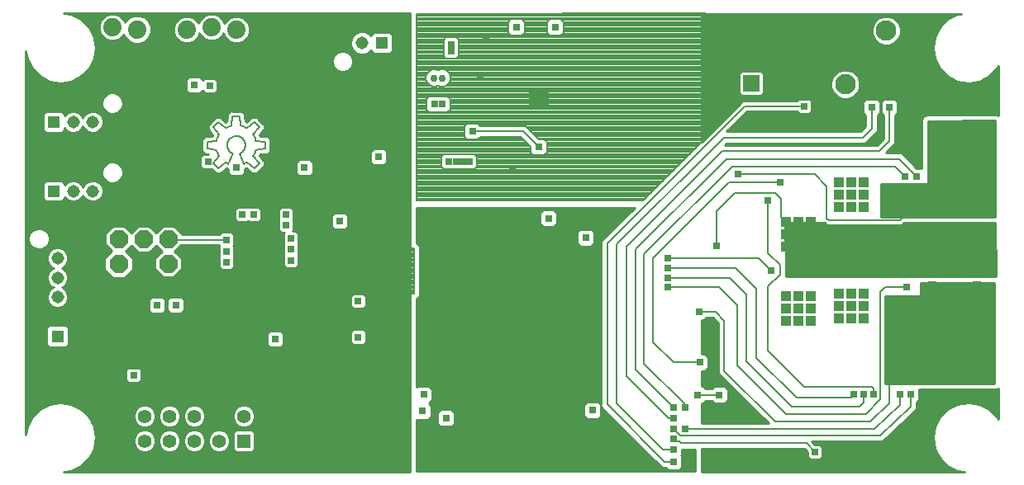
<source format=gbl>
G75*
G70*
%OFA0B0*%
%FSLAX24Y24*%
%IPPOS*%
%LPD*%
%AMOC8*
5,1,8,0,0,1.08239X$1,22.5*
%
%ADD10C,0.0740*%
%ADD11C,0.0650*%
%ADD12R,0.0650X0.0650*%
%ADD13R,0.0397X0.0397*%
%ADD14C,0.0300*%
%ADD15C,0.0515*%
%ADD16R,0.0515X0.0515*%
%ADD17R,0.0827X0.0827*%
%ADD18C,0.0827*%
%ADD19OC8,0.0740*%
%ADD20R,0.0554X0.0554*%
%ADD21C,0.0554*%
%ADD22C,0.0100*%
%ADD23R,0.0277X0.0277*%
%ADD24C,0.0080*%
%ADD25C,0.0079*%
D10*
X003815Y018310D03*
X004815Y018210D03*
X005815Y018310D03*
X006815Y018210D03*
X007815Y018310D03*
X008815Y018210D03*
D11*
X029580Y018037D03*
D12*
X029580Y016037D03*
D13*
X033126Y012028D03*
X033626Y012028D03*
X034126Y012028D03*
X034126Y011528D03*
X033626Y011528D03*
X033126Y011528D03*
X033126Y011028D03*
X033626Y011028D03*
X034126Y011028D03*
X031981Y010449D03*
X031481Y010449D03*
X030981Y010449D03*
X030981Y009949D03*
X031481Y009949D03*
X031981Y009949D03*
X031981Y009449D03*
X031481Y009449D03*
X030981Y009449D03*
X030981Y007433D03*
X031481Y007433D03*
X031981Y007433D03*
X031981Y006933D03*
X031481Y006933D03*
X030981Y006933D03*
X030981Y006433D03*
X031481Y006433D03*
X031981Y006433D03*
X033126Y006540D03*
X033126Y007040D03*
X033126Y007540D03*
X033626Y007540D03*
X034126Y007540D03*
X034126Y007040D03*
X033626Y007040D03*
X033626Y006540D03*
X034126Y006540D03*
X035461Y005335D03*
X035961Y005335D03*
X036461Y005335D03*
X036461Y004835D03*
X036461Y004335D03*
X035961Y004335D03*
X035461Y004335D03*
X035461Y004835D03*
X035961Y004835D03*
X037126Y013233D03*
X037126Y013733D03*
X037626Y013733D03*
X038126Y013733D03*
X038126Y013233D03*
X037626Y013233D03*
X037626Y014233D03*
X038126Y014233D03*
X037126Y014233D03*
D14*
X017121Y016252D03*
X016801Y016252D03*
D15*
X013890Y017670D03*
X003024Y014481D03*
X002237Y014481D03*
X002237Y011685D03*
X003024Y011685D03*
X001607Y008969D03*
X001607Y008181D03*
X001607Y007394D03*
X001607Y006607D03*
D16*
X001607Y005819D03*
X001449Y011685D03*
X001449Y014481D03*
X014678Y017670D03*
D17*
X033378Y018162D03*
X038674Y010957D03*
D18*
X036902Y010957D03*
X036902Y009304D03*
X038674Y009304D03*
X038674Y007650D03*
X036902Y007650D03*
X035032Y015996D03*
X033378Y015996D03*
X035032Y018162D03*
D19*
X006071Y009744D03*
X005071Y009744D03*
X004071Y009744D03*
X004071Y008744D03*
X005071Y008744D03*
X006071Y008744D03*
D20*
X009119Y001579D03*
D21*
X008119Y001579D03*
X007119Y001579D03*
X006119Y001579D03*
X005119Y001579D03*
X005119Y002579D03*
X006119Y002579D03*
X007119Y002579D03*
X008119Y002579D03*
X009119Y002579D03*
D22*
X002165Y000370D02*
X001852Y000320D01*
X015819Y000320D01*
X015819Y018878D01*
X001852Y018878D01*
X002165Y018828D01*
X002165Y018828D01*
X002562Y018626D01*
X002562Y018626D01*
X002878Y018310D01*
X002878Y018310D01*
X003080Y017913D01*
X003080Y017913D01*
X003150Y017473D01*
X003080Y017032D01*
X002878Y016635D01*
X002878Y016635D01*
X002562Y016320D01*
X002562Y016320D01*
X002165Y016118D01*
X002165Y016118D01*
X001725Y016048D01*
X001725Y016048D01*
X001284Y016118D01*
X001284Y016118D01*
X000887Y016320D01*
X000887Y016320D01*
X000572Y016635D01*
X000572Y016635D01*
X000370Y017032D01*
X000370Y017032D01*
X000320Y017345D01*
X000320Y001852D01*
X000370Y002165D01*
X000572Y002562D01*
X000572Y002562D01*
X000887Y002878D01*
X000887Y002878D01*
X000887Y002878D01*
X001284Y003080D01*
X001284Y003080D01*
X001725Y003150D01*
X001725Y003150D01*
X002165Y003080D01*
X002165Y003080D01*
X002562Y002878D01*
X002562Y002878D01*
X002878Y002562D01*
X002878Y002562D01*
X003080Y002165D01*
X003080Y002165D01*
X003150Y001725D01*
X003080Y001284D01*
X003080Y001284D01*
X002878Y000887D01*
X002878Y000887D01*
X002562Y000572D01*
X002562Y000572D01*
X002165Y000370D01*
X002165Y000370D01*
X002023Y000347D02*
X015819Y000347D01*
X015819Y000446D02*
X002314Y000446D01*
X002508Y000544D02*
X015819Y000544D01*
X015819Y000643D02*
X002633Y000643D01*
X002731Y000741D02*
X015819Y000741D01*
X015819Y000840D02*
X002830Y000840D01*
X002904Y000938D02*
X015819Y000938D01*
X015819Y001037D02*
X002954Y001037D01*
X003004Y001135D02*
X005022Y001135D01*
X005030Y001132D02*
X005207Y001132D01*
X005372Y001200D01*
X005498Y001326D01*
X005566Y001490D01*
X005566Y001668D01*
X005498Y001832D01*
X005372Y001958D01*
X005207Y002026D01*
X005030Y002026D01*
X004865Y001958D01*
X004739Y001832D01*
X004671Y001668D01*
X004671Y001490D01*
X004739Y001326D01*
X004865Y001200D01*
X005030Y001132D01*
X005215Y001135D02*
X006022Y001135D01*
X006030Y001132D02*
X006207Y001132D01*
X006372Y001200D01*
X006498Y001326D01*
X006566Y001490D01*
X006566Y001668D01*
X006498Y001832D01*
X006372Y001958D01*
X006207Y002026D01*
X006030Y002026D01*
X005865Y001958D01*
X005739Y001832D01*
X005671Y001668D01*
X005671Y001490D01*
X005739Y001326D01*
X005865Y001200D01*
X006030Y001132D01*
X006215Y001135D02*
X007022Y001135D01*
X007030Y001132D02*
X007207Y001132D01*
X007372Y001200D01*
X007498Y001326D01*
X007566Y001490D01*
X007566Y001668D01*
X007498Y001832D01*
X007372Y001958D01*
X007207Y002026D01*
X007030Y002026D01*
X006865Y001958D01*
X006739Y001832D01*
X006671Y001668D01*
X006671Y001490D01*
X006739Y001326D01*
X006865Y001200D01*
X007030Y001132D01*
X007215Y001135D02*
X008022Y001135D01*
X008030Y001132D02*
X008207Y001132D01*
X008372Y001200D01*
X008498Y001326D01*
X008566Y001490D01*
X008566Y001668D01*
X008498Y001832D01*
X008372Y001958D01*
X008207Y002026D01*
X008030Y002026D01*
X007865Y001958D01*
X007739Y001832D01*
X007671Y001668D01*
X007671Y001490D01*
X007739Y001326D01*
X007865Y001200D01*
X008030Y001132D01*
X008215Y001135D02*
X008768Y001135D01*
X008771Y001132D02*
X009466Y001132D01*
X009566Y001232D01*
X009566Y001927D01*
X009466Y002026D01*
X008771Y002026D01*
X008671Y001927D01*
X008671Y001232D01*
X008771Y001132D01*
X008671Y001234D02*
X008405Y001234D01*
X008500Y001332D02*
X008671Y001332D01*
X008671Y001431D02*
X008541Y001431D01*
X008566Y001529D02*
X008671Y001529D01*
X008671Y001628D02*
X008566Y001628D01*
X008542Y001726D02*
X008671Y001726D01*
X008671Y001825D02*
X008501Y001825D01*
X008407Y001923D02*
X008671Y001923D01*
X008766Y002022D02*
X008219Y002022D01*
X008018Y002022D02*
X007219Y002022D01*
X007207Y002132D02*
X007372Y002200D01*
X007498Y002326D01*
X007566Y002490D01*
X007566Y002668D01*
X007498Y002832D01*
X007372Y002958D01*
X007207Y003026D01*
X007030Y003026D01*
X006865Y002958D01*
X006739Y002832D01*
X006671Y002668D01*
X006671Y002490D01*
X006739Y002326D01*
X006865Y002200D01*
X007030Y002132D01*
X007207Y002132D01*
X007390Y002219D02*
X008847Y002219D01*
X008865Y002200D02*
X009030Y002132D01*
X009207Y002132D01*
X009372Y002200D01*
X009498Y002326D01*
X009566Y002490D01*
X009566Y002668D01*
X009498Y002832D01*
X009372Y002958D01*
X009207Y003026D01*
X009030Y003026D01*
X008865Y002958D01*
X008739Y002832D01*
X008671Y002668D01*
X008671Y002490D01*
X008739Y002326D01*
X008865Y002200D01*
X008748Y002317D02*
X007489Y002317D01*
X007535Y002416D02*
X008702Y002416D01*
X008671Y002514D02*
X007566Y002514D01*
X007566Y002613D02*
X008671Y002613D01*
X008689Y002711D02*
X007548Y002711D01*
X007507Y002810D02*
X008730Y002810D01*
X008815Y002908D02*
X007422Y002908D01*
X007255Y003007D02*
X008982Y003007D01*
X009255Y003007D02*
X015819Y003007D01*
X015819Y003105D02*
X002008Y003105D01*
X002310Y003007D02*
X004982Y003007D01*
X005030Y003026D02*
X004865Y002958D01*
X004739Y002832D01*
X004671Y002668D01*
X004671Y002490D01*
X004739Y002326D01*
X004865Y002200D01*
X005030Y002132D01*
X005207Y002132D01*
X005372Y002200D01*
X005498Y002326D01*
X005566Y002490D01*
X005566Y002668D01*
X005498Y002832D01*
X005372Y002958D01*
X005207Y003026D01*
X005030Y003026D01*
X005255Y003007D02*
X005982Y003007D01*
X006030Y003026D02*
X005865Y002958D01*
X005739Y002832D01*
X005671Y002668D01*
X005671Y002490D01*
X005739Y002326D01*
X005865Y002200D01*
X006030Y002132D01*
X006207Y002132D01*
X006372Y002200D01*
X006498Y002326D01*
X006566Y002490D01*
X006566Y002668D01*
X006498Y002832D01*
X006372Y002958D01*
X006207Y003026D01*
X006030Y003026D01*
X006255Y003007D02*
X006982Y003007D01*
X006815Y002908D02*
X006422Y002908D01*
X006507Y002810D02*
X006730Y002810D01*
X006689Y002711D02*
X006548Y002711D01*
X006566Y002613D02*
X006671Y002613D01*
X006671Y002514D02*
X006566Y002514D01*
X006535Y002416D02*
X006702Y002416D01*
X006748Y002317D02*
X006489Y002317D01*
X006390Y002219D02*
X006847Y002219D01*
X007018Y002022D02*
X006219Y002022D01*
X006018Y002022D02*
X005219Y002022D01*
X005018Y002022D02*
X003103Y002022D01*
X003087Y002120D02*
X015819Y002120D01*
X015819Y002022D02*
X009471Y002022D01*
X009566Y001923D02*
X015819Y001923D01*
X015819Y001825D02*
X009566Y001825D01*
X009566Y001726D02*
X015819Y001726D01*
X015819Y001628D02*
X009566Y001628D01*
X009566Y001529D02*
X015819Y001529D01*
X015819Y001431D02*
X009566Y001431D01*
X009566Y001332D02*
X015819Y001332D01*
X015819Y001234D02*
X009566Y001234D01*
X009469Y001135D02*
X015819Y001135D01*
X016095Y001135D02*
X025347Y001135D01*
X025445Y001037D02*
X016095Y001037D01*
X016095Y000938D02*
X025544Y000938D01*
X025642Y000840D02*
X016095Y000840D01*
X016095Y000741D02*
X025741Y000741D01*
X025839Y000643D02*
X016095Y000643D01*
X016095Y000544D02*
X025938Y000544D01*
X025953Y000529D02*
X026045Y000491D01*
X026125Y000491D01*
X026223Y000392D01*
X026675Y000392D01*
X026798Y000515D01*
X026798Y000966D01*
X026768Y000996D01*
X026798Y001027D01*
X026798Y001239D01*
X027315Y001239D01*
X027315Y000360D01*
X016095Y000360D01*
X016095Y002450D01*
X016105Y002439D01*
X016557Y002439D01*
X016680Y002562D01*
X016680Y003014D01*
X016585Y003108D01*
X016596Y003108D01*
X016719Y003231D01*
X016719Y003683D01*
X016596Y003806D01*
X016145Y003806D01*
X016095Y003756D01*
X016095Y007330D01*
X016118Y007340D01*
X016189Y007410D01*
X016227Y007502D01*
X016227Y009412D01*
X016189Y009504D01*
X016118Y009575D01*
X016095Y009584D01*
X016095Y011016D01*
X024875Y011016D01*
X023560Y009701D01*
X023522Y009609D01*
X023522Y003061D01*
X023407Y003176D01*
X022956Y003176D01*
X022833Y003053D01*
X022833Y002601D01*
X022956Y002478D01*
X023407Y002478D01*
X023530Y002601D01*
X023530Y002994D01*
X023560Y002922D01*
X023630Y002851D01*
X025953Y000529D01*
X026170Y000446D02*
X016095Y000446D01*
X016095Y001234D02*
X025248Y001234D01*
X025150Y001332D02*
X016095Y001332D01*
X016095Y001431D02*
X025051Y001431D01*
X024953Y001529D02*
X016095Y001529D01*
X016095Y001628D02*
X024854Y001628D01*
X024756Y001726D02*
X016095Y001726D01*
X016095Y001825D02*
X024657Y001825D01*
X024559Y001923D02*
X016095Y001923D01*
X016095Y002022D02*
X024460Y002022D01*
X024362Y002120D02*
X016095Y002120D01*
X016095Y002219D02*
X016995Y002219D01*
X017050Y002163D02*
X016927Y002286D01*
X016927Y002738D01*
X017050Y002861D01*
X017502Y002861D01*
X017625Y002738D01*
X017625Y002286D01*
X017502Y002163D01*
X017050Y002163D01*
X016927Y002317D02*
X016095Y002317D01*
X016095Y002416D02*
X016927Y002416D01*
X016927Y002514D02*
X016632Y002514D01*
X016680Y002613D02*
X016927Y002613D01*
X016927Y002711D02*
X016680Y002711D01*
X016680Y002810D02*
X016999Y002810D01*
X016680Y002908D02*
X022833Y002908D01*
X022833Y002810D02*
X017553Y002810D01*
X017625Y002711D02*
X022833Y002711D01*
X022833Y002613D02*
X017625Y002613D01*
X017625Y002514D02*
X022920Y002514D01*
X023443Y002514D02*
X023968Y002514D01*
X024066Y002416D02*
X017625Y002416D01*
X017625Y002317D02*
X024165Y002317D01*
X024263Y002219D02*
X017557Y002219D01*
X016680Y003007D02*
X022833Y003007D01*
X022885Y003105D02*
X016588Y003105D01*
X016691Y003204D02*
X023522Y003204D01*
X023522Y003302D02*
X016719Y003302D01*
X016719Y003401D02*
X023522Y003401D01*
X023522Y003499D02*
X016719Y003499D01*
X016719Y003598D02*
X023522Y003598D01*
X023522Y003696D02*
X016706Y003696D01*
X016608Y003795D02*
X023522Y003795D01*
X023522Y003893D02*
X016095Y003893D01*
X016095Y003795D02*
X016133Y003795D01*
X016095Y003992D02*
X023522Y003992D01*
X023522Y004090D02*
X016095Y004090D01*
X016095Y004189D02*
X023522Y004189D01*
X023522Y004287D02*
X016095Y004287D01*
X016095Y004386D02*
X023522Y004386D01*
X023522Y004484D02*
X016095Y004484D01*
X016095Y004583D02*
X023522Y004583D01*
X023522Y004681D02*
X016095Y004681D01*
X016095Y004780D02*
X023522Y004780D01*
X023522Y004878D02*
X016095Y004878D01*
X016095Y004977D02*
X023522Y004977D01*
X023522Y005075D02*
X016095Y005075D01*
X016095Y005174D02*
X023522Y005174D01*
X023522Y005272D02*
X016095Y005272D01*
X016095Y005371D02*
X023522Y005371D01*
X023522Y005469D02*
X016095Y005469D01*
X016095Y005568D02*
X023522Y005568D01*
X023522Y005666D02*
X016095Y005666D01*
X016095Y005765D02*
X023522Y005765D01*
X023522Y005863D02*
X016095Y005863D01*
X016095Y005962D02*
X023522Y005962D01*
X023522Y006060D02*
X016095Y006060D01*
X016095Y006159D02*
X023522Y006159D01*
X023522Y006257D02*
X016095Y006257D01*
X016095Y006356D02*
X023522Y006356D01*
X023522Y006454D02*
X016095Y006454D01*
X016095Y006553D02*
X023522Y006553D01*
X023522Y006651D02*
X016095Y006651D01*
X016095Y006750D02*
X023522Y006750D01*
X023522Y006848D02*
X016095Y006848D01*
X016095Y006947D02*
X023522Y006947D01*
X023522Y007045D02*
X016095Y007045D01*
X016095Y007144D02*
X023522Y007144D01*
X023522Y007242D02*
X016095Y007242D01*
X016119Y007341D02*
X023522Y007341D01*
X023522Y007439D02*
X016201Y007439D01*
X016227Y007538D02*
X023522Y007538D01*
X023522Y007636D02*
X016227Y007636D01*
X016227Y007735D02*
X023522Y007735D01*
X023522Y007833D02*
X016227Y007833D01*
X016227Y007932D02*
X023522Y007932D01*
X023522Y008030D02*
X016227Y008030D01*
X016227Y008129D02*
X023522Y008129D01*
X023522Y008227D02*
X016227Y008227D01*
X016227Y008326D02*
X023522Y008326D01*
X023522Y008424D02*
X016227Y008424D01*
X016227Y008523D02*
X023522Y008523D01*
X023522Y008621D02*
X016227Y008621D01*
X016227Y008720D02*
X023522Y008720D01*
X023522Y008818D02*
X016227Y008818D01*
X016227Y008917D02*
X023522Y008917D01*
X023522Y009015D02*
X016227Y009015D01*
X016227Y009114D02*
X023522Y009114D01*
X023522Y009212D02*
X016227Y009212D01*
X016227Y009311D02*
X023522Y009311D01*
X023522Y009409D02*
X016227Y009409D01*
X016185Y009508D02*
X022620Y009508D01*
X022680Y009447D02*
X023132Y009447D01*
X023255Y009570D01*
X023255Y010021D01*
X023132Y010144D01*
X022680Y010144D01*
X022557Y010021D01*
X022557Y009570D01*
X022680Y009447D01*
X022557Y009606D02*
X016095Y009606D01*
X016095Y009705D02*
X022557Y009705D01*
X022557Y009803D02*
X016095Y009803D01*
X016095Y009902D02*
X022557Y009902D01*
X022557Y010000D02*
X016095Y010000D01*
X016095Y010099D02*
X022634Y010099D01*
X023178Y010099D02*
X023958Y010099D01*
X024056Y010197D02*
X016095Y010197D01*
X016095Y010296D02*
X021123Y010296D01*
X021184Y010234D02*
X021636Y010234D01*
X021759Y010357D01*
X021759Y010809D01*
X021636Y010932D01*
X021184Y010932D01*
X021061Y010809D01*
X021061Y010357D01*
X021184Y010234D01*
X021061Y010394D02*
X016095Y010394D01*
X016095Y010493D02*
X021061Y010493D01*
X021061Y010591D02*
X016095Y010591D01*
X016095Y010690D02*
X021061Y010690D01*
X021061Y010788D02*
X016095Y010788D01*
X016095Y010887D02*
X021139Y010887D01*
X021681Y010887D02*
X024746Y010887D01*
X024844Y010985D02*
X016095Y010985D01*
X015819Y010985D02*
X011093Y010985D01*
X011128Y010950D02*
X011028Y011049D01*
X010610Y011049D01*
X010511Y010950D01*
X010511Y010531D01*
X010518Y010524D01*
X010511Y010517D01*
X010511Y010098D01*
X010610Y009999D01*
X010741Y009999D01*
X010707Y009965D01*
X010707Y009547D01*
X010715Y009540D01*
X010707Y009532D01*
X010707Y009114D01*
X010727Y009095D01*
X010711Y009080D01*
X010711Y008661D01*
X010811Y008562D01*
X011229Y008562D01*
X011329Y008661D01*
X011329Y009080D01*
X011310Y009099D01*
X011325Y009114D01*
X011325Y009532D01*
X011318Y009540D01*
X011325Y009547D01*
X011325Y009965D01*
X011225Y010065D01*
X011095Y010065D01*
X011128Y010098D01*
X011128Y010517D01*
X011121Y010524D01*
X011128Y010531D01*
X011128Y010950D01*
X011128Y010887D02*
X015819Y010887D01*
X015819Y010788D02*
X013222Y010788D01*
X013206Y010804D02*
X012763Y010804D01*
X012646Y010687D01*
X012646Y010243D01*
X012763Y010126D01*
X013206Y010126D01*
X013323Y010243D01*
X013323Y010687D01*
X013206Y010804D01*
X013320Y010690D02*
X015819Y010690D01*
X015819Y010591D02*
X013323Y010591D01*
X013323Y010493D02*
X015819Y010493D01*
X015819Y010394D02*
X013323Y010394D01*
X013323Y010296D02*
X015819Y010296D01*
X015819Y010197D02*
X013277Y010197D01*
X012692Y010197D02*
X011128Y010197D01*
X011128Y010099D02*
X015819Y010099D01*
X015819Y010000D02*
X011290Y010000D01*
X011325Y009902D02*
X015819Y009902D01*
X015819Y009803D02*
X011325Y009803D01*
X011325Y009705D02*
X015819Y009705D01*
X015819Y009606D02*
X011325Y009606D01*
X011325Y009508D02*
X015819Y009508D01*
X015819Y009409D02*
X011325Y009409D01*
X011325Y009311D02*
X015819Y009311D01*
X015819Y009212D02*
X011325Y009212D01*
X011324Y009114D02*
X015819Y009114D01*
X015819Y009015D02*
X011329Y009015D01*
X011329Y008917D02*
X015819Y008917D01*
X015819Y008818D02*
X011329Y008818D01*
X011329Y008720D02*
X015819Y008720D01*
X015819Y008621D02*
X011289Y008621D01*
X010752Y008621D02*
X008726Y008621D01*
X008726Y008602D02*
X008726Y009021D01*
X008719Y009028D01*
X008726Y009035D01*
X008726Y009454D01*
X008699Y009481D01*
X008726Y009508D01*
X008726Y009926D01*
X008627Y010026D01*
X008209Y010026D01*
X008110Y009927D01*
X006611Y009927D01*
X006611Y009968D01*
X006295Y010284D01*
X005848Y010284D01*
X005571Y010008D01*
X005295Y010284D01*
X004848Y010284D01*
X004571Y010008D01*
X004295Y010284D01*
X003848Y010284D01*
X003531Y009968D01*
X003531Y009521D01*
X003786Y009266D01*
X003501Y008981D01*
X003501Y008508D01*
X003835Y008174D01*
X004307Y008174D01*
X004641Y008508D01*
X004641Y008981D01*
X004356Y009266D01*
X004571Y009481D01*
X004848Y009204D01*
X005295Y009204D01*
X005571Y009481D01*
X005808Y009244D01*
X005531Y008968D01*
X005531Y008521D01*
X005848Y008204D01*
X006295Y008204D01*
X006611Y008521D01*
X006611Y008968D01*
X006335Y009244D01*
X006597Y009507D01*
X008110Y009507D01*
X008136Y009481D01*
X008109Y009454D01*
X008109Y009035D01*
X008116Y009028D01*
X008109Y009021D01*
X008109Y008602D01*
X008209Y008503D01*
X008627Y008503D01*
X008726Y008602D01*
X008647Y008523D02*
X015819Y008523D01*
X015819Y008424D02*
X006514Y008424D01*
X006611Y008523D02*
X008189Y008523D01*
X008109Y008621D02*
X006611Y008621D01*
X006611Y008720D02*
X008109Y008720D01*
X008109Y008818D02*
X006611Y008818D01*
X006611Y008917D02*
X008109Y008917D01*
X008109Y009015D02*
X006564Y009015D01*
X006466Y009114D02*
X008109Y009114D01*
X008109Y009212D02*
X006367Y009212D01*
X006401Y009311D02*
X008109Y009311D01*
X008109Y009409D02*
X006499Y009409D01*
X005775Y009212D02*
X005302Y009212D01*
X005401Y009311D02*
X005742Y009311D01*
X005643Y009409D02*
X005499Y009409D01*
X005677Y009114D02*
X004508Y009114D01*
X004410Y009212D02*
X004840Y009212D01*
X004742Y009311D02*
X004401Y009311D01*
X004499Y009409D02*
X004643Y009409D01*
X004607Y009015D02*
X005578Y009015D01*
X005531Y008917D02*
X004641Y008917D01*
X004641Y008818D02*
X005531Y008818D01*
X005531Y008720D02*
X004641Y008720D01*
X004641Y008621D02*
X005531Y008621D01*
X005531Y008523D02*
X004641Y008523D01*
X004557Y008424D02*
X005628Y008424D01*
X005727Y008326D02*
X004458Y008326D01*
X004360Y008227D02*
X005825Y008227D01*
X006317Y008227D02*
X015819Y008227D01*
X015819Y008129D02*
X002034Y008129D01*
X002034Y008096D02*
X002034Y008267D01*
X001969Y008424D01*
X003586Y008424D01*
X003501Y008523D02*
X001870Y008523D01*
X001849Y008544D02*
X001773Y008575D01*
X001849Y008606D01*
X001969Y008727D01*
X002034Y008884D01*
X002034Y009054D01*
X001969Y009211D01*
X001849Y009331D01*
X001692Y009396D01*
X001522Y009396D01*
X001365Y009331D01*
X001244Y009211D01*
X001179Y009054D01*
X001179Y008884D01*
X001244Y008727D01*
X001365Y008606D01*
X001440Y008575D01*
X001365Y008544D01*
X001244Y008424D01*
X001179Y008267D01*
X001179Y008096D01*
X001244Y007939D01*
X001365Y007819D01*
X001440Y007788D01*
X001365Y007756D01*
X001244Y007636D01*
X000320Y007636D01*
X000320Y007538D02*
X001203Y007538D01*
X001179Y007479D02*
X001179Y007309D01*
X001244Y007152D01*
X001365Y007032D01*
X001522Y006967D01*
X001692Y006967D01*
X001849Y007032D01*
X001969Y007152D01*
X002034Y007309D01*
X002034Y007479D01*
X001969Y007636D01*
X015819Y007636D01*
X015819Y007538D02*
X013950Y007538D01*
X013942Y007545D02*
X013524Y007545D01*
X013424Y007446D01*
X013424Y007027D01*
X013524Y006928D01*
X013942Y006928D01*
X014041Y007027D01*
X014041Y007446D01*
X013942Y007545D01*
X014041Y007439D02*
X015819Y007439D01*
X015819Y007341D02*
X014041Y007341D01*
X014041Y007242D02*
X015819Y007242D01*
X015819Y007144D02*
X014041Y007144D01*
X014041Y007045D02*
X015819Y007045D01*
X015819Y006947D02*
X013960Y006947D01*
X013505Y006947D02*
X006709Y006947D01*
X006709Y006858D02*
X006592Y006740D01*
X006149Y006740D01*
X006032Y006858D01*
X006032Y007301D01*
X006149Y007418D01*
X006592Y007418D01*
X006709Y007301D01*
X006709Y006858D01*
X006700Y006848D02*
X015819Y006848D01*
X015819Y006750D02*
X006601Y006750D01*
X006709Y007045D02*
X013424Y007045D01*
X013424Y007144D02*
X006709Y007144D01*
X006709Y007242D02*
X013424Y007242D01*
X013424Y007341D02*
X006669Y007341D01*
X006072Y007341D02*
X005921Y007341D01*
X005961Y007301D02*
X005844Y007418D01*
X005401Y007418D01*
X005284Y007301D01*
X005284Y006858D01*
X005401Y006740D01*
X005844Y006740D01*
X005961Y006858D01*
X005961Y007301D01*
X005961Y007242D02*
X006032Y007242D01*
X006032Y007144D02*
X005961Y007144D01*
X005961Y007045D02*
X006032Y007045D01*
X006032Y006947D02*
X005961Y006947D01*
X005952Y006848D02*
X006041Y006848D01*
X006140Y006750D02*
X005853Y006750D01*
X005392Y006750D02*
X000320Y006750D01*
X000320Y006848D02*
X005293Y006848D01*
X005284Y006947D02*
X000320Y006947D01*
X000320Y007045D02*
X001351Y007045D01*
X001253Y007144D02*
X000320Y007144D01*
X000320Y007242D02*
X001207Y007242D01*
X001179Y007341D02*
X000320Y007341D01*
X000320Y007439D02*
X001179Y007439D01*
X001179Y007479D02*
X001244Y007636D01*
X001343Y007735D02*
X000320Y007735D01*
X000320Y007833D02*
X001351Y007833D01*
X001252Y007932D02*
X000320Y007932D01*
X000320Y008030D02*
X001207Y008030D01*
X001179Y008129D02*
X000320Y008129D01*
X000320Y008227D02*
X001179Y008227D01*
X001204Y008326D02*
X000320Y008326D01*
X000320Y008424D02*
X001245Y008424D01*
X001343Y008523D02*
X000320Y008523D01*
X000320Y008621D02*
X001350Y008621D01*
X001252Y008720D02*
X000320Y008720D01*
X000320Y008818D02*
X001206Y008818D01*
X001179Y008917D02*
X000320Y008917D01*
X000320Y009015D02*
X001179Y009015D01*
X001204Y009114D02*
X000320Y009114D01*
X000320Y009212D02*
X001245Y009212D01*
X001344Y009311D02*
X000320Y009311D01*
X000320Y009409D02*
X000604Y009409D01*
X000617Y009395D02*
X000774Y009330D01*
X000943Y009330D01*
X001100Y009395D01*
X001220Y009515D01*
X001285Y009672D01*
X001285Y009841D01*
X001220Y009998D01*
X001100Y010117D01*
X000943Y010182D01*
X000774Y010182D01*
X000617Y010117D01*
X000498Y009998D01*
X000433Y009841D01*
X000433Y009672D01*
X000498Y009515D01*
X000617Y009395D01*
X000505Y009508D02*
X000320Y009508D01*
X000320Y009606D02*
X000460Y009606D01*
X000433Y009705D02*
X000320Y009705D01*
X000320Y009803D02*
X000433Y009803D01*
X000458Y009902D02*
X000320Y009902D01*
X000320Y010000D02*
X000500Y010000D01*
X000599Y010099D02*
X000320Y010099D01*
X000320Y010197D02*
X003760Y010197D01*
X003662Y010099D02*
X001119Y010099D01*
X001217Y010000D02*
X003563Y010000D01*
X003531Y009902D02*
X001260Y009902D01*
X001285Y009803D02*
X003531Y009803D01*
X003531Y009705D02*
X001285Y009705D01*
X001257Y009606D02*
X003531Y009606D01*
X003545Y009508D02*
X001212Y009508D01*
X001114Y009409D02*
X003643Y009409D01*
X003742Y009311D02*
X001870Y009311D01*
X001968Y009212D02*
X003733Y009212D01*
X003634Y009114D02*
X002009Y009114D01*
X002034Y009015D02*
X003536Y009015D01*
X003501Y008917D02*
X002034Y008917D01*
X002007Y008818D02*
X003501Y008818D01*
X003501Y008720D02*
X001962Y008720D01*
X001863Y008621D02*
X003501Y008621D01*
X003684Y008326D02*
X002010Y008326D01*
X002034Y008227D02*
X003783Y008227D01*
X002034Y008096D02*
X001969Y007939D01*
X001849Y007819D01*
X001773Y007788D01*
X001849Y007756D01*
X001969Y007636D01*
X002010Y007538D02*
X013516Y007538D01*
X013424Y007439D02*
X002034Y007439D01*
X002034Y007341D02*
X005324Y007341D01*
X005284Y007242D02*
X002006Y007242D01*
X001961Y007144D02*
X005284Y007144D01*
X005284Y007045D02*
X001862Y007045D01*
X001871Y007735D02*
X015819Y007735D01*
X015819Y007833D02*
X001863Y007833D01*
X001961Y007932D02*
X015819Y007932D01*
X015819Y008030D02*
X002007Y008030D01*
X001969Y008424D02*
X001849Y008544D01*
X004382Y010197D02*
X004760Y010197D01*
X004662Y010099D02*
X004481Y010099D01*
X005382Y010197D02*
X005760Y010197D01*
X005662Y010099D02*
X005481Y010099D01*
X006382Y010197D02*
X010511Y010197D01*
X010511Y010099D02*
X006481Y010099D01*
X006579Y010000D02*
X008183Y010000D01*
X008653Y010000D02*
X010609Y010000D01*
X010707Y009902D02*
X008726Y009902D01*
X008726Y009803D02*
X010707Y009803D01*
X010707Y009705D02*
X008726Y009705D01*
X008726Y009606D02*
X010707Y009606D01*
X010707Y009508D02*
X008726Y009508D01*
X008726Y009409D02*
X010707Y009409D01*
X010707Y009311D02*
X008726Y009311D01*
X008726Y009212D02*
X010707Y009212D01*
X010708Y009114D02*
X008726Y009114D01*
X008726Y009015D02*
X010711Y009015D01*
X010711Y008917D02*
X008726Y008917D01*
X008726Y008818D02*
X010711Y008818D01*
X010711Y008720D02*
X008726Y008720D01*
X006416Y008326D02*
X015819Y008326D01*
X015819Y006651D02*
X000320Y006651D01*
X000320Y006553D02*
X015819Y006553D01*
X015819Y006454D02*
X000320Y006454D01*
X000320Y006356D02*
X015819Y006356D01*
X015819Y006257D02*
X001967Y006257D01*
X001947Y006277D02*
X002064Y006160D01*
X002064Y005479D01*
X001947Y005362D01*
X001266Y005362D01*
X001149Y005479D01*
X001149Y006160D01*
X001266Y006277D01*
X001947Y006277D01*
X002064Y006159D02*
X015819Y006159D01*
X015819Y006060D02*
X013970Y006060D01*
X013942Y006089D02*
X013524Y006089D01*
X013424Y005989D01*
X013424Y005571D01*
X013524Y005471D01*
X013942Y005471D01*
X014041Y005571D01*
X014041Y005989D01*
X013942Y006089D01*
X014041Y005962D02*
X015819Y005962D01*
X015819Y005863D02*
X014041Y005863D01*
X014041Y005765D02*
X015819Y005765D01*
X015819Y005666D02*
X014041Y005666D01*
X014038Y005568D02*
X015819Y005568D01*
X015819Y005469D02*
X010714Y005469D01*
X010725Y005480D02*
X010608Y005362D01*
X010165Y005362D01*
X010047Y005480D01*
X010047Y005923D01*
X010165Y006040D01*
X010608Y006040D01*
X010725Y005923D01*
X010725Y005480D01*
X010725Y005568D02*
X013427Y005568D01*
X013424Y005666D02*
X010725Y005666D01*
X010725Y005765D02*
X013424Y005765D01*
X013424Y005863D02*
X010725Y005863D01*
X010686Y005962D02*
X013424Y005962D01*
X013495Y006060D02*
X002064Y006060D01*
X002064Y005962D02*
X010086Y005962D01*
X010047Y005863D02*
X002064Y005863D01*
X002064Y005765D02*
X010047Y005765D01*
X010047Y005666D02*
X002064Y005666D01*
X002064Y005568D02*
X010047Y005568D01*
X010058Y005469D02*
X002054Y005469D01*
X001956Y005371D02*
X010157Y005371D01*
X010616Y005371D02*
X015819Y005371D01*
X015819Y005272D02*
X000320Y005272D01*
X000320Y005174D02*
X015819Y005174D01*
X015819Y005075D02*
X000320Y005075D01*
X000320Y004977D02*
X015819Y004977D01*
X015819Y004878D02*
X000320Y004878D01*
X000320Y004780D02*
X015819Y004780D01*
X015819Y004681D02*
X000320Y004681D01*
X000320Y004583D02*
X015819Y004583D01*
X015819Y004484D02*
X004956Y004484D01*
X004986Y004454D02*
X004887Y004553D01*
X004468Y004553D01*
X004369Y004454D01*
X004369Y004035D01*
X004468Y003936D01*
X004887Y003936D01*
X004986Y004035D01*
X004986Y004454D01*
X004986Y004386D02*
X015819Y004386D01*
X015819Y004287D02*
X004986Y004287D01*
X004986Y004189D02*
X015819Y004189D01*
X015819Y004090D02*
X004986Y004090D01*
X004942Y003992D02*
X015819Y003992D01*
X015819Y003893D02*
X000320Y003893D01*
X000320Y003795D02*
X015819Y003795D01*
X015819Y003696D02*
X000320Y003696D01*
X000320Y003598D02*
X015819Y003598D01*
X015819Y003499D02*
X000320Y003499D01*
X000320Y003401D02*
X015819Y003401D01*
X015819Y003302D02*
X000320Y003302D01*
X000320Y003204D02*
X015819Y003204D01*
X015819Y002908D02*
X009422Y002908D01*
X009507Y002810D02*
X015819Y002810D01*
X015819Y002711D02*
X009548Y002711D01*
X009566Y002613D02*
X015819Y002613D01*
X015819Y002514D02*
X009566Y002514D01*
X009535Y002416D02*
X015819Y002416D01*
X015819Y002317D02*
X009489Y002317D01*
X009390Y002219D02*
X015819Y002219D01*
X023478Y003105D02*
X023522Y003105D01*
X023530Y002908D02*
X023574Y002908D01*
X023530Y002810D02*
X023672Y002810D01*
X023771Y002711D02*
X023530Y002711D01*
X023530Y002613D02*
X023869Y002613D01*
X026798Y001234D02*
X027315Y001234D01*
X027315Y001135D02*
X026798Y001135D01*
X026798Y001037D02*
X027315Y001037D01*
X027315Y000938D02*
X026798Y000938D01*
X026798Y000840D02*
X027315Y000840D01*
X027315Y000741D02*
X026798Y000741D01*
X026798Y000643D02*
X027315Y000643D01*
X027315Y000544D02*
X026798Y000544D01*
X026729Y000446D02*
X027315Y000446D01*
X027591Y000446D02*
X037750Y000446D01*
X037899Y000370D02*
X037899Y000370D01*
X038188Y000324D01*
X038130Y000320D01*
X027591Y000320D01*
X027591Y001279D01*
X031717Y001279D01*
X031849Y001146D01*
X031849Y000925D01*
X031949Y000826D01*
X032367Y000826D01*
X032467Y000925D01*
X032467Y001343D01*
X032367Y001443D01*
X032146Y001443D01*
X032026Y001564D01*
X034794Y001564D01*
X034839Y001563D01*
X034841Y001564D01*
X034843Y001564D01*
X034886Y001581D01*
X034928Y001598D01*
X034930Y001599D01*
X034932Y001600D01*
X034964Y001632D01*
X036150Y002780D01*
X036152Y002781D01*
X036184Y002814D01*
X036217Y002845D01*
X036218Y002847D01*
X036220Y002849D01*
X036237Y002891D01*
X036255Y002933D01*
X036255Y002935D01*
X036256Y002937D01*
X036256Y002983D01*
X036257Y003028D01*
X036256Y003030D01*
X036256Y003137D01*
X036355Y003236D01*
X036355Y003661D01*
X039398Y003664D01*
X039448Y003664D01*
X039493Y003683D01*
X039540Y003702D01*
X039547Y003709D01*
X039547Y002454D01*
X039492Y002562D01*
X039492Y002562D01*
X039177Y002878D01*
X038779Y003080D01*
X038339Y003150D01*
X037899Y003080D01*
X037899Y003080D01*
X037501Y002878D01*
X037186Y002562D01*
X036984Y002165D01*
X036914Y001725D01*
X036914Y001725D01*
X036984Y001284D01*
X037186Y000887D01*
X037501Y000572D01*
X037501Y000572D01*
X037899Y000370D01*
X038041Y000347D02*
X027591Y000347D01*
X027591Y000544D02*
X037556Y000544D01*
X037431Y000643D02*
X027591Y000643D01*
X027591Y000741D02*
X037332Y000741D01*
X037234Y000840D02*
X032381Y000840D01*
X032467Y000938D02*
X037160Y000938D01*
X037186Y000887D02*
X037186Y000887D01*
X037110Y001037D02*
X032467Y001037D01*
X032467Y001135D02*
X037060Y001135D01*
X037010Y001234D02*
X032467Y001234D01*
X032467Y001332D02*
X036976Y001332D01*
X036984Y001284D02*
X036984Y001284D01*
X036961Y001431D02*
X032380Y001431D01*
X032060Y001529D02*
X036945Y001529D01*
X036929Y001628D02*
X034959Y001628D01*
X035061Y001726D02*
X036914Y001726D01*
X036930Y001825D02*
X035162Y001825D01*
X035264Y001923D02*
X036945Y001923D01*
X036961Y002022D02*
X035366Y002022D01*
X035468Y002120D02*
X036977Y002120D01*
X036984Y002165D02*
X036984Y002165D01*
X037011Y002219D02*
X035570Y002219D01*
X035671Y002317D02*
X037061Y002317D01*
X037111Y002416D02*
X035773Y002416D01*
X035875Y002514D02*
X037161Y002514D01*
X037186Y002562D02*
X037186Y002562D01*
X037236Y002613D02*
X035977Y002613D01*
X036078Y002711D02*
X037335Y002711D01*
X037433Y002810D02*
X036180Y002810D01*
X036244Y002908D02*
X037561Y002908D01*
X037501Y002878D02*
X037501Y002878D01*
X037754Y003007D02*
X036257Y003007D01*
X036256Y003105D02*
X038056Y003105D01*
X038339Y003150D02*
X038339Y003150D01*
X038622Y003105D02*
X039547Y003105D01*
X039547Y003007D02*
X038924Y003007D01*
X038779Y003080D02*
X038779Y003080D01*
X039117Y002908D02*
X039547Y002908D01*
X039547Y002810D02*
X039245Y002810D01*
X039177Y002878D02*
X039177Y002878D01*
X039343Y002711D02*
X039547Y002711D01*
X039547Y002613D02*
X039442Y002613D01*
X039516Y002514D02*
X039547Y002514D01*
X039547Y003204D02*
X036323Y003204D01*
X036355Y003302D02*
X039547Y003302D01*
X039547Y003401D02*
X036355Y003401D01*
X036355Y003499D02*
X039547Y003499D01*
X039547Y003598D02*
X036355Y003598D01*
X034986Y003910D02*
X034986Y007430D01*
X036418Y007433D01*
X036426Y007961D01*
X039398Y007961D01*
X039398Y003914D01*
X034986Y003910D01*
X034986Y003992D02*
X039398Y003992D01*
X039398Y004090D02*
X034986Y004090D01*
X034986Y004189D02*
X039398Y004189D01*
X039398Y004287D02*
X034986Y004287D01*
X034986Y004386D02*
X039398Y004386D01*
X039398Y004484D02*
X034986Y004484D01*
X034986Y004583D02*
X039398Y004583D01*
X039398Y004681D02*
X034986Y004681D01*
X034986Y004780D02*
X039398Y004780D01*
X039398Y004878D02*
X034986Y004878D01*
X034986Y004977D02*
X039398Y004977D01*
X039398Y005075D02*
X034986Y005075D01*
X034986Y005174D02*
X039398Y005174D01*
X039398Y005272D02*
X034986Y005272D01*
X034986Y005371D02*
X039398Y005371D01*
X039398Y005469D02*
X034986Y005469D01*
X034986Y005568D02*
X039398Y005568D01*
X039398Y005666D02*
X034986Y005666D01*
X034986Y005765D02*
X039398Y005765D01*
X039398Y005863D02*
X034986Y005863D01*
X034986Y005962D02*
X039398Y005962D01*
X039398Y006060D02*
X034986Y006060D01*
X034986Y006159D02*
X039398Y006159D01*
X039398Y006257D02*
X034986Y006257D01*
X034986Y006356D02*
X039398Y006356D01*
X039398Y006454D02*
X034986Y006454D01*
X034986Y006553D02*
X039398Y006553D01*
X039398Y006651D02*
X034986Y006651D01*
X034986Y006750D02*
X039398Y006750D01*
X039398Y006848D02*
X034986Y006848D01*
X034986Y006947D02*
X039398Y006947D01*
X039398Y007045D02*
X034986Y007045D01*
X034986Y007144D02*
X039398Y007144D01*
X039398Y007242D02*
X034986Y007242D01*
X034986Y007341D02*
X039398Y007341D01*
X039398Y007439D02*
X036418Y007439D01*
X036419Y007538D02*
X039398Y007538D01*
X039398Y007636D02*
X036421Y007636D01*
X036422Y007735D02*
X039398Y007735D01*
X039398Y007833D02*
X036424Y007833D01*
X036425Y007932D02*
X039398Y007932D01*
X039441Y008221D02*
X030977Y008221D01*
X030977Y008242D01*
X030981Y008252D01*
X030981Y008741D01*
X030974Y008757D01*
X030965Y010398D01*
X032547Y010398D01*
X032630Y010314D01*
X035662Y010314D01*
X035745Y010398D01*
X036779Y010398D01*
X036790Y010394D01*
X037014Y010394D01*
X037024Y010398D01*
X038194Y010398D01*
X038198Y010394D01*
X037015Y010394D01*
X036789Y010394D02*
X035741Y010394D01*
X034831Y010630D02*
X034831Y011965D01*
X036709Y011965D01*
X036705Y014516D01*
X039422Y014524D01*
X039410Y010626D01*
X034831Y010630D01*
X034831Y010690D02*
X039410Y010690D01*
X039410Y010788D02*
X034831Y010788D01*
X034831Y010887D02*
X039411Y010887D01*
X039411Y010985D02*
X034831Y010985D01*
X034831Y011084D02*
X039411Y011084D01*
X039412Y011182D02*
X034831Y011182D01*
X034831Y011281D02*
X039412Y011281D01*
X039412Y011379D02*
X034831Y011379D01*
X034831Y011478D02*
X039412Y011478D01*
X039413Y011576D02*
X034831Y011576D01*
X034831Y011675D02*
X039413Y011675D01*
X039413Y011773D02*
X034831Y011773D01*
X034831Y011872D02*
X039414Y011872D01*
X039414Y011970D02*
X036709Y011970D01*
X036709Y012069D02*
X039414Y012069D01*
X039415Y012167D02*
X036709Y012167D01*
X036709Y012266D02*
X039415Y012266D01*
X039415Y012364D02*
X036708Y012364D01*
X036708Y012463D02*
X039415Y012463D01*
X039416Y012561D02*
X036708Y012561D01*
X036708Y012660D02*
X039416Y012660D01*
X039416Y012758D02*
X036708Y012758D01*
X036708Y012857D02*
X039417Y012857D01*
X039417Y012955D02*
X036708Y012955D01*
X036707Y013054D02*
X039417Y013054D01*
X039417Y013152D02*
X036707Y013152D01*
X036707Y013251D02*
X039418Y013251D01*
X039418Y013349D02*
X036707Y013349D01*
X036707Y013448D02*
X039418Y013448D01*
X039419Y013546D02*
X036707Y013546D01*
X036706Y013645D02*
X039419Y013645D01*
X039419Y013743D02*
X036706Y013743D01*
X036706Y013842D02*
X039420Y013842D01*
X039420Y013940D02*
X036706Y013940D01*
X036706Y014039D02*
X039420Y014039D01*
X039420Y014137D02*
X036706Y014137D01*
X036706Y014236D02*
X039421Y014236D01*
X039421Y014334D02*
X036705Y014334D01*
X036705Y014433D02*
X039421Y014433D01*
X039547Y014743D02*
X039517Y014755D01*
X039472Y014774D01*
X039471Y014774D01*
X039422Y014774D01*
X039373Y014774D01*
X039372Y014774D01*
X036704Y014766D01*
X036655Y014766D01*
X036655Y014766D01*
X036655Y014766D01*
X036609Y014747D01*
X036563Y014728D01*
X036563Y014728D01*
X036563Y014728D01*
X036528Y014693D01*
X036493Y014657D01*
X036474Y014611D01*
X036455Y014565D01*
X036455Y014516D01*
X036458Y012615D01*
X036253Y012615D01*
X035680Y013188D01*
X035591Y013225D01*
X035021Y013225D01*
X035286Y013490D01*
X035353Y013557D01*
X035390Y013646D01*
X035390Y014751D01*
X035489Y014850D01*
X035489Y015293D01*
X035372Y015410D01*
X034928Y015410D01*
X034811Y015293D01*
X034811Y014850D01*
X034910Y014751D01*
X034910Y013793D01*
X034657Y013540D01*
X028525Y013540D01*
X028596Y013611D01*
X034135Y013611D01*
X034223Y013647D01*
X034577Y014002D01*
X034645Y014069D01*
X034681Y014157D01*
X034681Y014751D01*
X034780Y014850D01*
X034780Y015293D01*
X034663Y015410D01*
X034220Y015410D01*
X034103Y015293D01*
X034103Y014850D01*
X034201Y014751D01*
X034201Y014305D01*
X033988Y014091D01*
X028600Y014091D01*
X029410Y014901D01*
X031417Y014901D01*
X031516Y014802D01*
X031934Y014802D01*
X032034Y014901D01*
X032034Y015320D01*
X031934Y015419D01*
X031516Y015419D01*
X031417Y015321D01*
X029236Y015321D01*
X029113Y015198D01*
X027591Y013675D01*
X027591Y018851D01*
X038042Y018851D01*
X037899Y018828D01*
X037899Y018828D01*
X037501Y018626D01*
X037186Y018310D01*
X036984Y017913D01*
X036914Y017473D01*
X036914Y017473D01*
X036984Y017032D01*
X037186Y016635D01*
X037501Y016320D01*
X037501Y016320D01*
X037899Y016118D01*
X038339Y016048D01*
X038779Y016118D01*
X039177Y016320D01*
X039492Y016635D01*
X039547Y016743D01*
X039547Y014743D01*
X039471Y014774D02*
X039471Y014774D01*
X039547Y014827D02*
X035466Y014827D01*
X035489Y014925D02*
X039547Y014925D01*
X039547Y015024D02*
X035489Y015024D01*
X035489Y015122D02*
X039547Y015122D01*
X039547Y015221D02*
X035489Y015221D01*
X035463Y015319D02*
X039547Y015319D01*
X039547Y015418D02*
X033505Y015418D01*
X033494Y015413D02*
X033709Y015502D01*
X033873Y015666D01*
X033962Y015880D01*
X033962Y016112D01*
X033873Y016327D01*
X033709Y016491D01*
X033494Y016580D01*
X033262Y016580D01*
X033048Y016491D01*
X032884Y016327D01*
X032795Y016112D01*
X032795Y015880D01*
X032884Y015666D01*
X033048Y015502D01*
X033262Y015413D01*
X033494Y015413D01*
X033252Y015418D02*
X031936Y015418D01*
X032034Y015319D02*
X034129Y015319D01*
X034103Y015221D02*
X032034Y015221D01*
X032034Y015122D02*
X034103Y015122D01*
X034103Y015024D02*
X032034Y015024D01*
X032034Y014925D02*
X034103Y014925D01*
X034126Y014827D02*
X031959Y014827D01*
X031491Y014827D02*
X029336Y014827D01*
X029238Y014728D02*
X034201Y014728D01*
X034201Y014630D02*
X029139Y014630D01*
X029041Y014531D02*
X034201Y014531D01*
X034201Y014433D02*
X028942Y014433D01*
X028844Y014334D02*
X034201Y014334D01*
X034132Y014236D02*
X028745Y014236D01*
X028647Y014137D02*
X034034Y014137D01*
X034417Y013842D02*
X034910Y013842D01*
X034910Y013940D02*
X034516Y013940D01*
X034614Y014039D02*
X034910Y014039D01*
X034910Y014137D02*
X034673Y014137D01*
X034681Y014236D02*
X034910Y014236D01*
X034910Y014334D02*
X034681Y014334D01*
X034681Y014433D02*
X034910Y014433D01*
X034910Y014531D02*
X034681Y014531D01*
X034681Y014630D02*
X034910Y014630D01*
X034910Y014728D02*
X034681Y014728D01*
X034757Y014827D02*
X034834Y014827D01*
X034811Y014925D02*
X034780Y014925D01*
X034780Y015024D02*
X034811Y015024D01*
X034811Y015122D02*
X034780Y015122D01*
X034780Y015221D02*
X034811Y015221D01*
X034837Y015319D02*
X034754Y015319D01*
X033892Y015713D02*
X039547Y015713D01*
X039547Y015615D02*
X033821Y015615D01*
X033723Y015516D02*
X039547Y015516D01*
X039547Y015812D02*
X033933Y015812D01*
X033962Y015910D02*
X039547Y015910D01*
X039547Y016009D02*
X033962Y016009D01*
X033962Y016107D02*
X037965Y016107D01*
X037899Y016118D02*
X037899Y016118D01*
X037726Y016206D02*
X033923Y016206D01*
X033882Y016304D02*
X037533Y016304D01*
X037419Y016403D02*
X033797Y016403D01*
X033685Y016501D02*
X037320Y016501D01*
X037222Y016600D02*
X027591Y016600D01*
X027591Y016698D02*
X037154Y016698D01*
X037186Y016635D02*
X037186Y016635D01*
X037104Y016797D02*
X027591Y016797D01*
X027591Y016895D02*
X037054Y016895D01*
X037004Y016994D02*
X027591Y016994D01*
X027591Y017092D02*
X036974Y017092D01*
X036984Y017032D02*
X036984Y017032D01*
X036959Y017191D02*
X027591Y017191D01*
X027591Y017289D02*
X036943Y017289D01*
X036927Y017388D02*
X027591Y017388D01*
X027591Y017486D02*
X036916Y017486D01*
X036932Y017585D02*
X035163Y017585D01*
X035148Y017578D02*
X035362Y017667D01*
X035526Y017831D01*
X035615Y018046D01*
X035615Y018278D01*
X035526Y018492D01*
X035362Y018656D01*
X035148Y018745D01*
X034916Y018745D01*
X034701Y018656D01*
X034537Y018492D01*
X034449Y018278D01*
X034449Y018046D01*
X034537Y017831D01*
X034701Y017667D01*
X034916Y017578D01*
X035148Y017578D01*
X034901Y017585D02*
X027591Y017585D01*
X027591Y017683D02*
X034686Y017683D01*
X034587Y017782D02*
X027591Y017782D01*
X027591Y017880D02*
X034517Y017880D01*
X034476Y017979D02*
X027591Y017979D01*
X027591Y018077D02*
X034449Y018077D01*
X034449Y018176D02*
X027591Y018176D01*
X027591Y018274D02*
X034449Y018274D01*
X034488Y018373D02*
X027591Y018373D01*
X027591Y018471D02*
X034529Y018471D01*
X034615Y018570D02*
X027591Y018570D01*
X027591Y018668D02*
X034730Y018668D01*
X035334Y018668D02*
X037585Y018668D01*
X037501Y018626D02*
X037501Y018626D01*
X037445Y018570D02*
X035449Y018570D01*
X035535Y018471D02*
X037347Y018471D01*
X037248Y018373D02*
X035576Y018373D01*
X035615Y018274D02*
X037168Y018274D01*
X037186Y018310D02*
X037186Y018310D01*
X037117Y018176D02*
X035615Y018176D01*
X035615Y018077D02*
X037067Y018077D01*
X037017Y017979D02*
X035587Y017979D01*
X035547Y017880D02*
X036978Y017880D01*
X036984Y017913D02*
X036984Y017913D01*
X036963Y017782D02*
X035477Y017782D01*
X035378Y017683D02*
X036947Y017683D01*
X037778Y018767D02*
X027591Y018767D01*
X027591Y016501D02*
X029155Y016501D01*
X029185Y016532D02*
X029085Y016432D01*
X029085Y015641D01*
X029185Y015542D01*
X029976Y015542D01*
X030075Y015641D01*
X030075Y016432D01*
X029976Y016532D01*
X029185Y016532D01*
X029085Y016403D02*
X027591Y016403D01*
X027591Y016304D02*
X029085Y016304D01*
X029085Y016206D02*
X027591Y016206D01*
X027591Y016107D02*
X029085Y016107D01*
X029085Y016009D02*
X027591Y016009D01*
X027591Y015910D02*
X029085Y015910D01*
X029085Y015812D02*
X027591Y015812D01*
X027591Y015713D02*
X029085Y015713D01*
X029112Y015615D02*
X027591Y015615D01*
X027591Y015516D02*
X033034Y015516D01*
X032935Y015615D02*
X030049Y015615D01*
X030075Y015713D02*
X032864Y015713D01*
X032823Y015812D02*
X030075Y015812D01*
X030075Y015910D02*
X032795Y015910D01*
X032795Y016009D02*
X030075Y016009D01*
X030075Y016107D02*
X032795Y016107D01*
X032834Y016206D02*
X030075Y016206D01*
X030075Y016304D02*
X032874Y016304D01*
X032959Y016403D02*
X030075Y016403D01*
X030006Y016501D02*
X033072Y016501D01*
X031514Y015418D02*
X027591Y015418D01*
X027591Y015319D02*
X029235Y015319D01*
X029136Y015221D02*
X027591Y015221D01*
X027591Y015122D02*
X029038Y015122D01*
X028939Y015024D02*
X027591Y015024D01*
X027591Y014925D02*
X028841Y014925D01*
X028742Y014827D02*
X027591Y014827D01*
X027591Y014728D02*
X028644Y014728D01*
X028545Y014630D02*
X027591Y014630D01*
X027591Y014531D02*
X028447Y014531D01*
X028348Y014433D02*
X027591Y014433D01*
X027591Y014334D02*
X028250Y014334D01*
X028151Y014236D02*
X027591Y014236D01*
X027591Y014137D02*
X028053Y014137D01*
X027954Y014039D02*
X027591Y014039D01*
X027591Y013940D02*
X027856Y013940D01*
X027757Y013842D02*
X027591Y013842D01*
X027591Y013743D02*
X027659Y013743D01*
X028531Y013546D02*
X034663Y013546D01*
X034762Y013645D02*
X034216Y013645D01*
X034319Y013743D02*
X034860Y013743D01*
X035244Y013448D02*
X036457Y013448D01*
X036457Y013546D02*
X035342Y013546D01*
X035390Y013645D02*
X036456Y013645D01*
X036456Y013743D02*
X035390Y013743D01*
X035390Y013842D02*
X036456Y013842D01*
X036456Y013940D02*
X035390Y013940D01*
X035390Y014039D02*
X036456Y014039D01*
X036456Y014137D02*
X035390Y014137D01*
X035390Y014236D02*
X036456Y014236D01*
X036455Y014334D02*
X035390Y014334D01*
X035390Y014433D02*
X036455Y014433D01*
X036455Y014531D02*
X035390Y014531D01*
X035390Y014630D02*
X036481Y014630D01*
X036493Y014657D02*
X036493Y014657D01*
X036493Y014657D01*
X036455Y014565D02*
X036455Y014565D01*
X036455Y014565D01*
X036564Y014728D02*
X035390Y014728D01*
X035145Y013349D02*
X036457Y013349D01*
X036457Y013251D02*
X035047Y013251D01*
X035716Y013152D02*
X036457Y013152D01*
X036457Y013054D02*
X035814Y013054D01*
X035913Y012955D02*
X036458Y012955D01*
X036458Y012857D02*
X036011Y012857D01*
X036110Y012758D02*
X036458Y012758D01*
X036458Y012660D02*
X036208Y012660D01*
X038198Y010394D02*
X039149Y010394D01*
X039153Y010398D01*
X039430Y010398D01*
X039441Y008221D01*
X039441Y008227D02*
X030977Y008227D01*
X030981Y008326D02*
X039441Y008326D01*
X039440Y008424D02*
X030981Y008424D01*
X030981Y008523D02*
X039440Y008523D01*
X039439Y008621D02*
X030981Y008621D01*
X030981Y008720D02*
X039439Y008720D01*
X039438Y008818D02*
X030974Y008818D01*
X030973Y008917D02*
X039438Y008917D01*
X039437Y009015D02*
X030972Y009015D01*
X030972Y009114D02*
X039436Y009114D01*
X039436Y009212D02*
X030971Y009212D01*
X030971Y009311D02*
X039435Y009311D01*
X039435Y009409D02*
X030970Y009409D01*
X030970Y009508D02*
X039434Y009508D01*
X039434Y009606D02*
X030969Y009606D01*
X030969Y009705D02*
X039433Y009705D01*
X039433Y009803D02*
X030968Y009803D01*
X030968Y009902D02*
X039432Y009902D01*
X039432Y010000D02*
X030967Y010000D01*
X030967Y010099D02*
X039431Y010099D01*
X039431Y010197D02*
X030966Y010197D01*
X030966Y010296D02*
X039430Y010296D01*
X039430Y010394D02*
X039149Y010394D01*
X032551Y010394D02*
X030965Y010394D01*
X024647Y010788D02*
X021759Y010788D01*
X021759Y010690D02*
X024549Y010690D01*
X024450Y010591D02*
X021759Y010591D01*
X021759Y010493D02*
X024352Y010493D01*
X024253Y010394D02*
X021759Y010394D01*
X021697Y010296D02*
X024155Y010296D01*
X023859Y010000D02*
X023255Y010000D01*
X023255Y009902D02*
X023761Y009902D01*
X023662Y009803D02*
X023255Y009803D01*
X023255Y009705D02*
X023564Y009705D01*
X023522Y009606D02*
X023255Y009606D01*
X023192Y009508D02*
X023522Y009508D01*
X027591Y006465D02*
X027694Y006465D01*
X027793Y006564D01*
X028043Y006564D01*
X028256Y006350D01*
X028256Y004354D01*
X028293Y004266D01*
X030270Y002289D01*
X027591Y002289D01*
X027591Y003110D01*
X027651Y003110D01*
X027750Y003209D01*
X027979Y003209D01*
X028078Y003110D01*
X028521Y003110D01*
X028638Y003228D01*
X028638Y003671D01*
X028521Y003788D01*
X028078Y003788D01*
X027979Y003689D01*
X027750Y003689D01*
X027651Y003788D01*
X027591Y003788D01*
X027591Y004418D01*
X027734Y004418D01*
X027851Y004535D01*
X027851Y004978D01*
X027734Y005095D01*
X027591Y005095D01*
X027591Y006465D01*
X027591Y006454D02*
X028152Y006454D01*
X028054Y006553D02*
X027782Y006553D01*
X027591Y006356D02*
X028251Y006356D01*
X028256Y006257D02*
X027591Y006257D01*
X027591Y006159D02*
X028256Y006159D01*
X028256Y006060D02*
X027591Y006060D01*
X027591Y005962D02*
X028256Y005962D01*
X028256Y005863D02*
X027591Y005863D01*
X027591Y005765D02*
X028256Y005765D01*
X028256Y005666D02*
X027591Y005666D01*
X027591Y005568D02*
X028256Y005568D01*
X028256Y005469D02*
X027591Y005469D01*
X027591Y005371D02*
X028256Y005371D01*
X028256Y005272D02*
X027591Y005272D01*
X027591Y005174D02*
X028256Y005174D01*
X028256Y005075D02*
X027754Y005075D01*
X027851Y004977D02*
X028256Y004977D01*
X028256Y004878D02*
X027851Y004878D01*
X027851Y004780D02*
X028256Y004780D01*
X028256Y004681D02*
X027851Y004681D01*
X027851Y004583D02*
X028256Y004583D01*
X028256Y004484D02*
X027800Y004484D01*
X027591Y004386D02*
X028256Y004386D01*
X028284Y004287D02*
X027591Y004287D01*
X027591Y004189D02*
X028371Y004189D01*
X028469Y004090D02*
X027591Y004090D01*
X027591Y003992D02*
X028568Y003992D01*
X028666Y003893D02*
X027591Y003893D01*
X027591Y003795D02*
X028765Y003795D01*
X028863Y003696D02*
X028613Y003696D01*
X028638Y003598D02*
X028962Y003598D01*
X029060Y003499D02*
X028638Y003499D01*
X028638Y003401D02*
X029159Y003401D01*
X029257Y003302D02*
X028638Y003302D01*
X028614Y003204D02*
X029356Y003204D01*
X029454Y003105D02*
X027591Y003105D01*
X027591Y003007D02*
X029553Y003007D01*
X029651Y002908D02*
X027591Y002908D01*
X027591Y002810D02*
X029750Y002810D01*
X029848Y002711D02*
X027591Y002711D01*
X027591Y002613D02*
X029947Y002613D01*
X030045Y002514D02*
X027591Y002514D01*
X027591Y002416D02*
X030144Y002416D01*
X030242Y002317D02*
X027591Y002317D01*
X027744Y003204D02*
X027985Y003204D01*
X027986Y003696D02*
X027743Y003696D01*
X027591Y001234D02*
X031762Y001234D01*
X031849Y001135D02*
X027591Y001135D01*
X027591Y001037D02*
X031849Y001037D01*
X031849Y000938D02*
X027591Y000938D01*
X027591Y000840D02*
X031935Y000840D01*
X039448Y003664D02*
X039448Y003664D01*
X039448Y003664D01*
X039526Y003696D02*
X039547Y003696D01*
X039540Y003702D02*
X039540Y003702D01*
X039540Y003702D01*
X038339Y016048D02*
X038339Y016048D01*
X038713Y016107D02*
X039547Y016107D01*
X039547Y016206D02*
X038952Y016206D01*
X039145Y016304D02*
X039547Y016304D01*
X039547Y016403D02*
X039259Y016403D01*
X039177Y016320D02*
X039177Y016320D01*
X039358Y016501D02*
X039547Y016501D01*
X039547Y016600D02*
X039456Y016600D01*
X039524Y016698D02*
X039547Y016698D01*
X015819Y016698D02*
X013471Y016698D01*
X013464Y016680D02*
X013529Y016837D01*
X013529Y017006D01*
X013464Y017163D01*
X013344Y017283D01*
X013187Y017348D01*
X013018Y017348D01*
X012861Y017283D01*
X012742Y017163D01*
X012677Y017006D01*
X012677Y016837D01*
X012742Y016680D01*
X012861Y016561D01*
X013018Y016496D01*
X013187Y016496D01*
X013344Y016561D01*
X013464Y016680D01*
X013383Y016600D02*
X015819Y016600D01*
X015819Y016501D02*
X013200Y016501D01*
X013005Y016501D02*
X002743Y016501D01*
X002645Y016403D02*
X015819Y016403D01*
X015819Y016304D02*
X007352Y016304D01*
X007340Y016316D02*
X006897Y016316D01*
X006780Y016198D01*
X006780Y015755D01*
X006897Y015638D01*
X007340Y015638D01*
X007440Y015738D01*
X007440Y015728D01*
X007539Y015629D01*
X007958Y015629D01*
X008057Y015728D01*
X008057Y016147D01*
X007958Y016246D01*
X007539Y016246D01*
X007457Y016164D01*
X007457Y016198D01*
X007340Y016316D01*
X007450Y016206D02*
X007499Y016206D01*
X006885Y016304D02*
X002531Y016304D01*
X002338Y016206D02*
X006787Y016206D01*
X006780Y016107D02*
X002099Y016107D01*
X001351Y016107D02*
X000320Y016107D01*
X000320Y016009D02*
X006780Y016009D01*
X006780Y015910D02*
X000320Y015910D01*
X000320Y015812D02*
X006780Y015812D01*
X006822Y015713D02*
X000320Y015713D01*
X000320Y015615D02*
X003630Y015615D01*
X003570Y015590D02*
X003727Y015655D01*
X003896Y015655D01*
X004053Y015590D01*
X004172Y015470D01*
X004237Y015313D01*
X004237Y015144D01*
X004172Y014987D01*
X004053Y014868D01*
X003896Y014803D01*
X003727Y014803D01*
X003570Y014868D01*
X003450Y014987D01*
X003386Y015144D01*
X003386Y015313D01*
X003450Y015470D01*
X003570Y015590D01*
X003496Y015516D02*
X000320Y015516D01*
X000320Y015418D02*
X003429Y015418D01*
X003388Y015319D02*
X000320Y015319D01*
X000320Y015221D02*
X003386Y015221D01*
X003395Y015122D02*
X000320Y015122D01*
X000320Y015024D02*
X003435Y015024D01*
X003513Y014925D02*
X000320Y014925D01*
X000320Y014827D02*
X001040Y014827D01*
X001022Y014809D02*
X001022Y014153D01*
X001121Y014053D01*
X001777Y014053D01*
X001877Y014153D01*
X001877Y014236D01*
X001994Y014118D01*
X002152Y014053D01*
X002322Y014053D01*
X002479Y014118D01*
X002599Y014239D01*
X002630Y014314D01*
X002662Y014239D01*
X002782Y014118D01*
X002939Y014053D01*
X003109Y014053D01*
X003266Y014118D01*
X003386Y014239D01*
X003451Y014396D01*
X003451Y014566D01*
X003386Y014723D01*
X003266Y014843D01*
X003109Y014908D01*
X002939Y014908D01*
X002782Y014843D01*
X002662Y014723D01*
X002630Y014647D01*
X002599Y014723D01*
X002479Y014843D01*
X002322Y014908D01*
X002152Y014908D01*
X001994Y014843D01*
X001877Y014725D01*
X001877Y014809D01*
X001777Y014908D01*
X001121Y014908D01*
X001022Y014809D01*
X001022Y014728D02*
X000320Y014728D01*
X000320Y014630D02*
X001022Y014630D01*
X001022Y014531D02*
X000320Y014531D01*
X000320Y014433D02*
X001022Y014433D01*
X001022Y014334D02*
X000320Y014334D01*
X000320Y014236D02*
X001022Y014236D01*
X001038Y014137D02*
X000320Y014137D01*
X000320Y014039D02*
X007794Y014039D01*
X007725Y014122D02*
X007866Y013950D01*
X007855Y013932D01*
X007850Y013912D01*
X007629Y013889D01*
X007552Y013889D01*
X007544Y013881D01*
X007532Y013879D01*
X007484Y013820D01*
X007430Y013766D01*
X007430Y013754D01*
X007422Y013745D01*
X007430Y013669D01*
X007430Y013402D01*
X007422Y013327D01*
X007430Y013317D01*
X007430Y013305D01*
X007484Y013251D01*
X000320Y013251D01*
X000320Y013349D02*
X007424Y013349D01*
X007430Y013448D02*
X000320Y013448D01*
X000320Y013546D02*
X007430Y013546D01*
X007430Y013645D02*
X000320Y013645D01*
X000320Y013743D02*
X007422Y013743D01*
X007501Y013842D02*
X000320Y013842D01*
X000320Y013940D02*
X007860Y013940D01*
X007855Y013932D02*
X007855Y013932D01*
X007725Y014122D02*
X007671Y014176D01*
X007671Y014188D01*
X007664Y014198D01*
X007671Y014274D01*
X007671Y014350D01*
X007680Y014358D01*
X007681Y014370D01*
X007740Y014419D01*
X007929Y014607D01*
X007977Y014666D01*
X007989Y014667D01*
X007998Y014676D01*
X008074Y014676D01*
X008149Y014684D01*
X008159Y014676D01*
X008171Y014676D01*
X008225Y014622D01*
X008397Y014481D01*
X008415Y014493D01*
X008415Y014493D01*
X008436Y014497D01*
X008458Y014719D01*
X008458Y014795D01*
X008467Y014803D01*
X008468Y014816D01*
X008527Y014864D01*
X008581Y014917D01*
X008593Y014917D01*
X008602Y014925D01*
X004110Y014925D01*
X004187Y015024D02*
X015819Y015024D01*
X015819Y015122D02*
X004228Y015122D01*
X004237Y015221D02*
X015819Y015221D01*
X015819Y015319D02*
X004235Y015319D01*
X004194Y015418D02*
X015819Y015418D01*
X015819Y015516D02*
X004126Y015516D01*
X003993Y015615D02*
X015819Y015615D01*
X015819Y015713D02*
X008042Y015713D01*
X008057Y015812D02*
X015819Y015812D01*
X015819Y015910D02*
X008057Y015910D01*
X008057Y016009D02*
X015819Y016009D01*
X015819Y016107D02*
X008057Y016107D01*
X007998Y016206D02*
X015819Y016206D01*
X015819Y016797D02*
X013512Y016797D01*
X013529Y016895D02*
X015819Y016895D01*
X015819Y016994D02*
X013529Y016994D01*
X013493Y017092D02*
X015819Y017092D01*
X015819Y017191D02*
X013436Y017191D01*
X013329Y017289D02*
X013624Y017289D01*
X013631Y017282D02*
X013799Y017212D01*
X013981Y017212D01*
X014149Y017282D01*
X014250Y017383D01*
X014250Y017342D01*
X014350Y017242D01*
X015005Y017242D01*
X015105Y017342D01*
X015105Y017998D01*
X015005Y018097D01*
X014350Y018097D01*
X014250Y017998D01*
X014250Y017957D01*
X014149Y018058D01*
X013981Y018127D01*
X013799Y018127D01*
X013631Y018058D01*
X013502Y017929D01*
X013433Y017761D01*
X013433Y017579D01*
X013502Y017411D01*
X013631Y017282D01*
X013525Y017388D02*
X003136Y017388D01*
X003148Y017486D02*
X013471Y017486D01*
X013433Y017585D02*
X003132Y017585D01*
X003117Y017683D02*
X004599Y017683D01*
X004702Y017640D02*
X004929Y017640D01*
X005138Y017727D01*
X005299Y017887D01*
X005385Y018097D01*
X005385Y018324D01*
X005299Y018533D01*
X005138Y018693D01*
X004929Y018780D01*
X004702Y018780D01*
X004492Y018693D01*
X004332Y018533D01*
X004320Y018503D01*
X004273Y018616D01*
X004121Y018768D01*
X003923Y018850D01*
X003708Y018850D01*
X003509Y018768D01*
X003358Y018616D01*
X003275Y018418D01*
X003275Y018203D01*
X003358Y018004D01*
X003509Y017852D01*
X003708Y017770D01*
X003923Y017770D01*
X004121Y017852D01*
X004273Y018004D01*
X004278Y018017D01*
X004332Y017887D01*
X004492Y017727D01*
X004702Y017640D01*
X004438Y017782D02*
X003950Y017782D01*
X004149Y017880D02*
X004339Y017880D01*
X004294Y017979D02*
X004247Y017979D01*
X003681Y017782D02*
X003101Y017782D01*
X003085Y017880D02*
X003482Y017880D01*
X003383Y017979D02*
X003047Y017979D01*
X002997Y018077D02*
X003327Y018077D01*
X003287Y018176D02*
X002946Y018176D01*
X002896Y018274D02*
X003275Y018274D01*
X003275Y018373D02*
X002816Y018373D01*
X002717Y018471D02*
X003297Y018471D01*
X003338Y018570D02*
X002619Y018570D01*
X002479Y018668D02*
X003409Y018668D01*
X003508Y018767D02*
X002286Y018767D01*
X001932Y018865D02*
X015819Y018865D01*
X015819Y018767D02*
X008123Y018767D01*
X008121Y018768D02*
X007923Y018850D01*
X007708Y018850D01*
X007509Y018768D01*
X007358Y018616D01*
X007295Y018464D01*
X007273Y018516D01*
X007121Y018668D01*
X007409Y018668D01*
X007338Y018570D02*
X007220Y018570D01*
X007292Y018471D02*
X007297Y018471D01*
X007121Y018668D02*
X006923Y018750D01*
X006708Y018750D01*
X006509Y018668D01*
X006358Y018516D01*
X006275Y018318D01*
X006275Y018103D01*
X006358Y017904D01*
X006509Y017752D01*
X006708Y017670D01*
X006923Y017670D01*
X007121Y017752D01*
X007273Y017904D01*
X007336Y018056D01*
X007358Y018004D01*
X007509Y017852D01*
X007708Y017770D01*
X007923Y017770D01*
X008121Y017852D01*
X008273Y018004D01*
X008295Y018056D01*
X008358Y017904D01*
X008509Y017752D01*
X008708Y017670D01*
X008923Y017670D01*
X009121Y017752D01*
X009273Y017904D01*
X009355Y018103D01*
X009355Y018318D01*
X009273Y018516D01*
X009121Y018668D01*
X015819Y018668D01*
X015819Y018570D02*
X009220Y018570D01*
X009292Y018471D02*
X015819Y018471D01*
X015819Y018373D02*
X009333Y018373D01*
X009355Y018274D02*
X015819Y018274D01*
X015819Y018176D02*
X009355Y018176D01*
X009345Y018077D02*
X013678Y018077D01*
X013552Y017979D02*
X009304Y017979D01*
X009249Y017880D02*
X013482Y017880D01*
X013441Y017782D02*
X009150Y017782D01*
X008954Y017683D02*
X013433Y017683D01*
X012877Y017289D02*
X003121Y017289D01*
X003105Y017191D02*
X012769Y017191D01*
X012712Y017092D02*
X003089Y017092D01*
X003080Y017032D02*
X003080Y017032D01*
X003060Y016994D02*
X012677Y016994D01*
X012677Y016895D02*
X003010Y016895D01*
X002960Y016797D02*
X012694Y016797D01*
X012734Y016698D02*
X002910Y016698D01*
X002842Y016600D02*
X012823Y016600D01*
X014156Y017289D02*
X014303Y017289D01*
X015052Y017289D02*
X015819Y017289D01*
X015819Y017388D02*
X015105Y017388D01*
X015105Y017486D02*
X015819Y017486D01*
X015819Y017585D02*
X015105Y017585D01*
X015105Y017683D02*
X015819Y017683D01*
X015819Y017782D02*
X015105Y017782D01*
X015105Y017880D02*
X015819Y017880D01*
X015819Y017979D02*
X015105Y017979D01*
X015026Y018077D02*
X015819Y018077D01*
X014330Y018077D02*
X014102Y018077D01*
X014228Y017979D02*
X014250Y017979D01*
X009121Y018668D02*
X008923Y018750D01*
X008708Y018750D01*
X008509Y018668D01*
X008358Y018516D01*
X008336Y018464D01*
X008273Y018616D01*
X008121Y018768D01*
X008221Y018668D02*
X008510Y018668D01*
X008411Y018570D02*
X008292Y018570D01*
X008333Y018471D02*
X008339Y018471D01*
X008327Y017979D02*
X008247Y017979D01*
X008149Y017880D02*
X008382Y017880D01*
X008480Y017782D02*
X007950Y017782D01*
X007681Y017782D02*
X007150Y017782D01*
X007249Y017880D02*
X007482Y017880D01*
X007383Y017979D02*
X007304Y017979D01*
X006954Y017683D02*
X008677Y017683D01*
X007508Y018767D02*
X004962Y018767D01*
X005164Y018668D02*
X006510Y018668D01*
X006411Y018570D02*
X005262Y018570D01*
X005324Y018471D02*
X006339Y018471D01*
X006298Y018373D02*
X005365Y018373D01*
X005385Y018274D02*
X006275Y018274D01*
X006275Y018176D02*
X005385Y018176D01*
X005377Y018077D02*
X006286Y018077D01*
X006327Y017979D02*
X005336Y017979D01*
X005291Y017880D02*
X006382Y017880D01*
X006480Y017782D02*
X005193Y017782D01*
X005032Y017683D02*
X006677Y017683D01*
X004669Y018767D02*
X004123Y018767D01*
X004221Y018668D02*
X004467Y018668D01*
X004369Y018570D02*
X004292Y018570D01*
X000706Y016501D02*
X000320Y016501D01*
X000320Y016403D02*
X000805Y016403D01*
X000919Y016304D02*
X000320Y016304D01*
X000320Y016206D02*
X001112Y016206D01*
X000608Y016600D02*
X000320Y016600D01*
X000320Y016698D02*
X000540Y016698D01*
X000490Y016797D02*
X000320Y016797D01*
X000320Y016895D02*
X000440Y016895D01*
X000389Y016994D02*
X000320Y016994D01*
X000320Y017092D02*
X000360Y017092D01*
X000345Y017191D02*
X000320Y017191D01*
X000320Y017289D02*
X000329Y017289D01*
X001859Y014827D02*
X001978Y014827D01*
X001879Y014728D02*
X001877Y014728D01*
X001877Y014236D02*
X001877Y014236D01*
X001861Y014137D02*
X001976Y014137D01*
X002497Y014137D02*
X002763Y014137D01*
X002665Y014236D02*
X002596Y014236D01*
X002594Y014728D02*
X002667Y014728D01*
X002765Y014827D02*
X002495Y014827D01*
X003283Y014827D02*
X003669Y014827D01*
X003953Y014827D02*
X008481Y014827D01*
X008458Y014728D02*
X003381Y014728D01*
X003425Y014630D02*
X007947Y014630D01*
X007853Y014531D02*
X003451Y014531D01*
X003451Y014433D02*
X007754Y014433D01*
X007671Y014334D02*
X003426Y014334D01*
X003383Y014236D02*
X007667Y014236D01*
X007711Y014137D02*
X003285Y014137D01*
X003727Y012859D02*
X003570Y012795D01*
X003450Y012675D01*
X003386Y012518D01*
X003386Y012349D01*
X003450Y012192D01*
X003570Y012072D01*
X003727Y012008D01*
X003896Y012008D01*
X004053Y012072D01*
X004172Y012192D01*
X004237Y012349D01*
X004237Y012518D01*
X004172Y012675D01*
X004053Y012795D01*
X003896Y012859D01*
X003727Y012859D01*
X003720Y012857D02*
X000320Y012857D01*
X000320Y012955D02*
X007361Y012955D01*
X007361Y012857D02*
X003903Y012857D01*
X004089Y012758D02*
X007361Y012758D01*
X007361Y012660D02*
X004179Y012660D01*
X004220Y012561D02*
X007457Y012561D01*
X007461Y012558D02*
X007835Y012558D01*
X007929Y012465D01*
X007977Y012406D01*
X007989Y012404D01*
X007998Y012396D01*
X008074Y012396D01*
X008149Y012388D01*
X008159Y012396D01*
X008171Y012396D01*
X008225Y012450D01*
X008407Y012598D01*
X008421Y012592D01*
X008466Y012573D01*
X008484Y012566D01*
X008484Y012409D01*
X008602Y012292D01*
X009045Y012292D01*
X009162Y012409D01*
X009162Y012575D01*
X009202Y012592D01*
X009216Y012598D01*
X009398Y012450D01*
X009452Y012396D01*
X009464Y012396D01*
X009473Y012388D01*
X009549Y012396D01*
X009625Y012396D01*
X009634Y012404D01*
X009646Y012406D01*
X009694Y012465D01*
X009883Y012653D01*
X009942Y012701D01*
X009943Y012713D01*
X009952Y012722D01*
X009952Y012798D01*
X009959Y012874D01*
X009952Y012883D01*
X009952Y012895D01*
X009898Y012949D01*
X009757Y013122D01*
X009768Y013140D01*
X009773Y013160D01*
X009994Y013183D01*
X010070Y013183D01*
X010079Y013191D01*
X010091Y013192D01*
X010139Y013251D01*
X010193Y013305D01*
X010193Y013317D01*
X010201Y013327D01*
X010193Y013402D01*
X010193Y013669D01*
X010201Y013745D01*
X010193Y013754D01*
X010193Y013766D01*
X010139Y013820D01*
X010091Y013879D01*
X010079Y013881D01*
X010070Y013889D01*
X009994Y013889D01*
X009773Y013912D01*
X009768Y013932D01*
X009757Y013950D01*
X009898Y014122D01*
X009952Y014176D01*
X009952Y014188D01*
X009959Y014198D01*
X009952Y014274D01*
X009952Y014350D01*
X009943Y014358D01*
X009942Y014370D01*
X009883Y014419D01*
X009694Y014607D01*
X009646Y014666D01*
X009634Y014667D01*
X009625Y014676D01*
X009549Y014676D01*
X009473Y014684D01*
X009464Y014676D01*
X009452Y014676D01*
X009398Y014622D01*
X009226Y014481D01*
X009208Y014493D01*
X009208Y014493D01*
X009187Y014497D01*
X009165Y014719D01*
X009165Y014795D01*
X009156Y014803D01*
X009155Y014816D01*
X009096Y014864D01*
X009042Y014917D01*
X009030Y014917D01*
X009020Y014925D01*
X008945Y014917D01*
X008678Y014917D01*
X008602Y014925D01*
X008604Y014925D02*
X009019Y014925D01*
X009021Y014925D02*
X015819Y014925D01*
X015819Y014827D02*
X009141Y014827D01*
X009165Y014728D02*
X015819Y014728D01*
X015819Y014630D02*
X009676Y014630D01*
X009770Y014531D02*
X015819Y014531D01*
X015819Y014433D02*
X009869Y014433D01*
X009952Y014334D02*
X015819Y014334D01*
X015819Y014236D02*
X009955Y014236D01*
X009912Y014137D02*
X015819Y014137D01*
X015819Y014039D02*
X009829Y014039D01*
X009763Y013940D02*
X015819Y013940D01*
X015819Y013842D02*
X010122Y013842D01*
X010201Y013743D02*
X015819Y013743D01*
X015819Y013645D02*
X010193Y013645D01*
X010193Y013546D02*
X015819Y013546D01*
X015819Y013448D02*
X010193Y013448D01*
X010199Y013349D02*
X014285Y013349D01*
X014338Y013402D02*
X014221Y013285D01*
X014221Y012842D01*
X014338Y012725D01*
X014781Y012725D01*
X014898Y012842D01*
X014898Y013285D01*
X014781Y013402D01*
X014338Y013402D01*
X014221Y013251D02*
X010139Y013251D01*
X009771Y013152D02*
X014221Y013152D01*
X014221Y013054D02*
X009813Y013054D01*
X009893Y012955D02*
X011332Y012955D01*
X011346Y012969D02*
X011229Y012852D01*
X011229Y012409D01*
X011346Y012292D01*
X011789Y012292D01*
X011906Y012409D01*
X011906Y012852D01*
X011789Y012969D01*
X011346Y012969D01*
X011233Y012857D02*
X009957Y012857D01*
X009952Y012758D02*
X011229Y012758D01*
X011229Y012660D02*
X009891Y012660D01*
X009791Y012561D02*
X011229Y012561D01*
X011229Y012463D02*
X009692Y012463D01*
X009382Y012463D02*
X009162Y012463D01*
X009162Y012561D02*
X009261Y012561D01*
X009117Y012364D02*
X011273Y012364D01*
X011861Y012364D02*
X015819Y012364D01*
X015819Y012266D02*
X004203Y012266D01*
X004237Y012364D02*
X008529Y012364D01*
X008484Y012463D02*
X008241Y012463D01*
X008361Y012561D02*
X008484Y012561D01*
X007930Y012463D02*
X004237Y012463D01*
X004147Y012167D02*
X015819Y012167D01*
X015819Y012069D02*
X004043Y012069D01*
X003580Y012069D02*
X003216Y012069D01*
X003266Y012048D02*
X003109Y012113D01*
X002939Y012113D01*
X002782Y012048D01*
X002662Y011928D01*
X002630Y011852D01*
X002599Y011928D01*
X002479Y012048D01*
X002322Y012113D01*
X002152Y012113D01*
X001994Y012048D01*
X001877Y011930D01*
X001877Y012013D01*
X001777Y012113D01*
X001121Y012113D01*
X001022Y012013D01*
X001022Y011358D01*
X001121Y011258D01*
X001777Y011258D01*
X001877Y011358D01*
X001877Y011441D01*
X001994Y011323D01*
X002152Y011258D01*
X002322Y011258D01*
X002479Y011323D01*
X002599Y011443D01*
X002630Y011519D01*
X002662Y011443D01*
X002782Y011323D01*
X002939Y011258D01*
X003109Y011258D01*
X003266Y011323D01*
X003386Y011443D01*
X003451Y011600D01*
X003451Y011770D01*
X003386Y011928D01*
X003266Y012048D01*
X003344Y011970D02*
X015819Y011970D01*
X015819Y011872D02*
X003410Y011872D01*
X003450Y011773D02*
X015819Y011773D01*
X015819Y011675D02*
X003451Y011675D01*
X003441Y011576D02*
X015819Y011576D01*
X015819Y011478D02*
X003401Y011478D01*
X003322Y011379D02*
X015819Y011379D01*
X015819Y011281D02*
X003164Y011281D01*
X002884Y011281D02*
X002376Y011281D01*
X002535Y011379D02*
X002726Y011379D01*
X002647Y011478D02*
X002613Y011478D01*
X002097Y011281D02*
X001800Y011281D01*
X001877Y011379D02*
X001938Y011379D01*
X001917Y011970D02*
X001877Y011970D01*
X001821Y012069D02*
X002044Y012069D01*
X002429Y012069D02*
X002832Y012069D01*
X002704Y011970D02*
X002557Y011970D01*
X002622Y011872D02*
X002638Y011872D01*
X003420Y012266D02*
X000320Y012266D01*
X000320Y012364D02*
X003386Y012364D01*
X003386Y012463D02*
X000320Y012463D01*
X000320Y012561D02*
X003403Y012561D01*
X003444Y012660D02*
X000320Y012660D01*
X000320Y012758D02*
X003534Y012758D01*
X003476Y012167D02*
X000320Y012167D01*
X000320Y012069D02*
X001077Y012069D01*
X001022Y011970D02*
X000320Y011970D01*
X000320Y011872D02*
X001022Y011872D01*
X001022Y011773D02*
X000320Y011773D01*
X000320Y011675D02*
X001022Y011675D01*
X001022Y011576D02*
X000320Y011576D01*
X000320Y011478D02*
X001022Y011478D01*
X001022Y011379D02*
X000320Y011379D01*
X000320Y011281D02*
X001099Y011281D01*
X000320Y011182D02*
X015819Y011182D01*
X015819Y011084D02*
X000320Y011084D01*
X000320Y010985D02*
X008774Y010985D01*
X008739Y010950D02*
X008739Y010531D01*
X008838Y010432D01*
X009257Y010432D01*
X009284Y010459D01*
X009311Y010432D01*
X009729Y010432D01*
X009829Y010531D01*
X009829Y010950D01*
X009729Y011049D01*
X009311Y011049D01*
X009284Y011022D01*
X009257Y011049D01*
X008838Y011049D01*
X008739Y010950D01*
X008739Y010887D02*
X000320Y010887D01*
X000320Y010788D02*
X008739Y010788D01*
X008739Y010690D02*
X000320Y010690D01*
X000320Y010591D02*
X008739Y010591D01*
X008778Y010493D02*
X000320Y010493D01*
X000320Y010394D02*
X010511Y010394D01*
X010511Y010296D02*
X000320Y010296D01*
X000320Y013054D02*
X007361Y013054D01*
X007361Y013076D02*
X007361Y012657D01*
X007461Y012558D01*
X007361Y013076D02*
X007461Y013175D01*
X007700Y013175D01*
X007629Y013183D01*
X007552Y013183D01*
X007544Y013191D01*
X007532Y013192D01*
X007484Y013251D01*
X007437Y013152D02*
X000320Y013152D01*
X007415Y015713D02*
X007455Y015713D01*
X008217Y014630D02*
X008449Y014630D01*
X008439Y014531D02*
X008336Y014531D01*
X009174Y014630D02*
X009405Y014630D01*
X009286Y014531D02*
X009184Y014531D01*
X009768Y013932D02*
X009768Y013932D01*
X011803Y012955D02*
X014221Y012955D01*
X014221Y012857D02*
X011901Y012857D01*
X011906Y012758D02*
X014304Y012758D01*
X014814Y012758D02*
X015819Y012758D01*
X015819Y012660D02*
X011906Y012660D01*
X011906Y012561D02*
X015819Y012561D01*
X015819Y012463D02*
X011906Y012463D01*
X010546Y010985D02*
X009793Y010985D01*
X009829Y010887D02*
X010511Y010887D01*
X010511Y010788D02*
X009829Y010788D01*
X009829Y010690D02*
X010511Y010690D01*
X010511Y010591D02*
X009829Y010591D01*
X009790Y010493D02*
X010511Y010493D01*
X011128Y010493D02*
X012646Y010493D01*
X012646Y010591D02*
X011128Y010591D01*
X011128Y010690D02*
X012649Y010690D01*
X012747Y010788D02*
X011128Y010788D01*
X011128Y010394D02*
X012646Y010394D01*
X012646Y010296D02*
X011128Y010296D01*
X014898Y012857D02*
X015819Y012857D01*
X015819Y012955D02*
X014898Y012955D01*
X014898Y013054D02*
X015819Y013054D01*
X015819Y013152D02*
X014898Y013152D01*
X014898Y013251D02*
X015819Y013251D01*
X015819Y013349D02*
X014834Y013349D01*
X001247Y006257D02*
X000320Y006257D01*
X000320Y006159D02*
X001149Y006159D01*
X001149Y006060D02*
X000320Y006060D01*
X000320Y005962D02*
X001149Y005962D01*
X001149Y005863D02*
X000320Y005863D01*
X000320Y005765D02*
X001149Y005765D01*
X001149Y005666D02*
X000320Y005666D01*
X000320Y005568D02*
X001149Y005568D01*
X001159Y005469D02*
X000320Y005469D01*
X000320Y005371D02*
X001258Y005371D01*
X000320Y004484D02*
X004399Y004484D01*
X004369Y004386D02*
X000320Y004386D01*
X000320Y004287D02*
X004369Y004287D01*
X004369Y004189D02*
X000320Y004189D01*
X000320Y004090D02*
X004369Y004090D01*
X004413Y003992D02*
X000320Y003992D01*
X000320Y003105D02*
X001442Y003105D01*
X001140Y003007D02*
X000320Y003007D01*
X000320Y002908D02*
X000947Y002908D01*
X000819Y002810D02*
X000320Y002810D01*
X000320Y002711D02*
X000721Y002711D01*
X000622Y002613D02*
X000320Y002613D01*
X000320Y002514D02*
X000547Y002514D01*
X000497Y002416D02*
X000320Y002416D01*
X000320Y002317D02*
X000447Y002317D01*
X000397Y002219D02*
X000320Y002219D01*
X000320Y002120D02*
X000362Y002120D01*
X000347Y002022D02*
X000320Y002022D01*
X000320Y001923D02*
X000331Y001923D01*
X002503Y002908D02*
X004815Y002908D01*
X004730Y002810D02*
X002631Y002810D01*
X002729Y002711D02*
X004689Y002711D01*
X004671Y002613D02*
X002828Y002613D01*
X002902Y002514D02*
X004671Y002514D01*
X004702Y002416D02*
X002952Y002416D01*
X003003Y002317D02*
X004748Y002317D01*
X004847Y002219D02*
X003053Y002219D01*
X003118Y001923D02*
X004830Y001923D01*
X004736Y001825D02*
X003134Y001825D01*
X003150Y001726D02*
X004695Y001726D01*
X004671Y001628D02*
X003134Y001628D01*
X003119Y001529D02*
X004671Y001529D01*
X004696Y001431D02*
X003103Y001431D01*
X003088Y001332D02*
X004737Y001332D01*
X004832Y001234D02*
X003054Y001234D01*
X005405Y001234D02*
X005832Y001234D01*
X005737Y001332D02*
X005500Y001332D01*
X005541Y001431D02*
X005696Y001431D01*
X005671Y001529D02*
X005566Y001529D01*
X005566Y001628D02*
X005671Y001628D01*
X005695Y001726D02*
X005542Y001726D01*
X005501Y001825D02*
X005736Y001825D01*
X005830Y001923D02*
X005407Y001923D01*
X005390Y002219D02*
X005847Y002219D01*
X005748Y002317D02*
X005489Y002317D01*
X005535Y002416D02*
X005702Y002416D01*
X005671Y002514D02*
X005566Y002514D01*
X005566Y002613D02*
X005671Y002613D01*
X005689Y002711D02*
X005548Y002711D01*
X005507Y002810D02*
X005730Y002810D01*
X005815Y002908D02*
X005422Y002908D01*
X006407Y001923D02*
X006830Y001923D01*
X006736Y001825D02*
X006501Y001825D01*
X006542Y001726D02*
X006695Y001726D01*
X006671Y001628D02*
X006566Y001628D01*
X006566Y001529D02*
X006671Y001529D01*
X006696Y001431D02*
X006541Y001431D01*
X006500Y001332D02*
X006737Y001332D01*
X006832Y001234D02*
X006405Y001234D01*
X007405Y001234D02*
X007832Y001234D01*
X007737Y001332D02*
X007500Y001332D01*
X007541Y001431D02*
X007696Y001431D01*
X007671Y001529D02*
X007566Y001529D01*
X007566Y001628D02*
X007671Y001628D01*
X007695Y001726D02*
X007542Y001726D01*
X007501Y001825D02*
X007736Y001825D01*
X007830Y001923D02*
X007407Y001923D01*
D23*
X004678Y004244D03*
X002158Y003890D03*
X000977Y003890D03*
X005622Y007079D03*
X006370Y007079D03*
X007867Y006370D03*
X010386Y005701D03*
X011607Y004402D03*
X011607Y003103D03*
X012394Y003103D03*
X013181Y003103D03*
X013969Y003103D03*
X014756Y003103D03*
X016331Y002788D03*
X016370Y003457D03*
X016764Y003969D03*
X017119Y003969D03*
X017276Y002512D03*
X018142Y001685D03*
X018930Y001685D03*
X020504Y001685D03*
X021292Y001685D03*
X022079Y001685D03*
X022079Y000898D03*
X021292Y000898D03*
X020504Y000898D03*
X022867Y000898D03*
X023654Y000898D03*
X024441Y000898D03*
X024441Y001685D03*
X023181Y002827D03*
X022079Y002473D03*
X021292Y002473D03*
X021292Y003260D03*
X022079Y003260D03*
X022079Y004048D03*
X021292Y004048D03*
X021449Y004756D03*
X021764Y004756D03*
X022079Y004756D03*
X022079Y005071D03*
X021764Y005071D03*
X021449Y005071D03*
X021449Y005386D03*
X021764Y005386D03*
X022079Y005386D03*
X022079Y005701D03*
X021764Y005701D03*
X021449Y005701D03*
X021449Y006016D03*
X021764Y006016D03*
X022079Y006016D03*
X022079Y006804D03*
X021292Y006804D03*
X021292Y007591D03*
X022079Y007591D03*
X022079Y008378D03*
X021292Y008378D03*
X021292Y009166D03*
X022079Y009166D03*
X022867Y009166D03*
X022906Y009796D03*
X021410Y010583D03*
X019953Y012512D03*
X021016Y013457D03*
X018339Y014087D03*
X018221Y012867D03*
X017945Y012867D03*
X017670Y012867D03*
X017394Y012867D03*
X014559Y013063D03*
X012433Y012630D03*
X011567Y012630D03*
X008823Y012630D03*
X007670Y012867D03*
X004559Y013142D03*
X009048Y010741D03*
X009520Y010741D03*
X010819Y010741D03*
X010819Y010307D03*
X011016Y009756D03*
X011016Y009323D03*
X010071Y009087D03*
X011020Y008870D03*
X012552Y009008D03*
X012945Y009008D03*
X013339Y009008D03*
X013733Y009008D03*
X014126Y009008D03*
X014520Y009008D03*
X014914Y009008D03*
X015307Y009008D03*
X015701Y009008D03*
X015701Y007945D03*
X015307Y007945D03*
X014914Y007945D03*
X014520Y007945D03*
X014126Y007945D03*
X013733Y007945D03*
X013339Y007945D03*
X012945Y007945D03*
X012552Y007945D03*
X013733Y007237D03*
X013733Y005780D03*
X016370Y005859D03*
X016370Y006174D03*
X016764Y006174D03*
X016764Y005859D03*
X022867Y008378D03*
X026213Y008181D03*
X026213Y007788D03*
X026213Y008575D03*
X026213Y008969D03*
X028181Y009481D03*
X030378Y008473D03*
X032937Y008489D03*
X032937Y008764D03*
X032937Y009040D03*
X032937Y009315D03*
X033213Y009315D03*
X033213Y009040D03*
X033489Y009040D03*
X033764Y009040D03*
X033764Y009315D03*
X033489Y009315D03*
X033489Y009591D03*
X033764Y009591D03*
X033764Y009867D03*
X033764Y010142D03*
X033489Y010142D03*
X033489Y009867D03*
X033213Y009867D03*
X033213Y010142D03*
X032937Y010142D03*
X032937Y009867D03*
X032937Y009591D03*
X033213Y009591D03*
X034040Y009591D03*
X034315Y009591D03*
X034315Y009867D03*
X034315Y010142D03*
X034040Y010142D03*
X034040Y009867D03*
X034591Y009867D03*
X034591Y010142D03*
X034867Y010142D03*
X035142Y010142D03*
X035142Y009867D03*
X034867Y009867D03*
X034867Y009591D03*
X035142Y009591D03*
X035418Y009591D03*
X035693Y009591D03*
X035693Y009867D03*
X035693Y010142D03*
X035418Y010142D03*
X035418Y009867D03*
X035969Y009867D03*
X035969Y010142D03*
X036244Y010142D03*
X036244Y009867D03*
X036244Y009591D03*
X035969Y009591D03*
X035969Y009315D03*
X035969Y009040D03*
X036244Y009040D03*
X036244Y009315D03*
X035693Y009315D03*
X035693Y009040D03*
X035418Y009040D03*
X035418Y009315D03*
X035142Y009315D03*
X035142Y009040D03*
X034867Y009040D03*
X034867Y009315D03*
X034591Y009315D03*
X034591Y009040D03*
X034315Y009040D03*
X034040Y009040D03*
X034040Y009315D03*
X034315Y009315D03*
X034591Y009591D03*
X034591Y008764D03*
X034591Y008489D03*
X034867Y008489D03*
X035142Y008489D03*
X035142Y008764D03*
X034867Y008764D03*
X035418Y008764D03*
X035693Y008764D03*
X035693Y008489D03*
X035418Y008489D03*
X035969Y008489D03*
X035969Y008764D03*
X036244Y008764D03*
X036244Y008489D03*
X036520Y008489D03*
X036796Y008489D03*
X037071Y008489D03*
X037347Y008489D03*
X037622Y008489D03*
X037622Y008764D03*
X037622Y009040D03*
X037622Y009315D03*
X037898Y009315D03*
X037898Y009040D03*
X037898Y008764D03*
X037898Y008489D03*
X037788Y007713D03*
X037788Y007437D03*
X037788Y007162D03*
X038063Y007162D03*
X038063Y006886D03*
X037788Y006886D03*
X037512Y006886D03*
X037237Y006886D03*
X036961Y006886D03*
X036685Y006886D03*
X036410Y006886D03*
X036134Y006886D03*
X035859Y006886D03*
X035859Y007162D03*
X036134Y007162D03*
X036134Y006611D03*
X035859Y006611D03*
X035859Y006335D03*
X036134Y006335D03*
X036134Y006059D03*
X035859Y006059D03*
X036410Y006059D03*
X036685Y006059D03*
X036961Y006059D03*
X037237Y006059D03*
X037237Y005784D03*
X037512Y005784D03*
X037512Y006059D03*
X037788Y006059D03*
X037788Y005784D03*
X038063Y005784D03*
X038063Y006059D03*
X038339Y006059D03*
X038339Y005784D03*
X038615Y005784D03*
X038890Y005784D03*
X038890Y006059D03*
X038615Y006059D03*
X038615Y006335D03*
X038890Y006335D03*
X038890Y006611D03*
X038615Y006611D03*
X038339Y006611D03*
X038063Y006611D03*
X037788Y006611D03*
X037512Y006611D03*
X037237Y006611D03*
X037237Y006335D03*
X037512Y006335D03*
X037788Y006335D03*
X038063Y006335D03*
X038339Y006335D03*
X039166Y006335D03*
X039166Y006059D03*
X039166Y005784D03*
X039166Y005508D03*
X039166Y005233D03*
X038890Y005233D03*
X038890Y005508D03*
X038615Y005508D03*
X038615Y005233D03*
X038615Y004957D03*
X038890Y004957D03*
X038890Y004681D03*
X038615Y004681D03*
X038339Y004681D03*
X038063Y004681D03*
X037788Y004681D03*
X037512Y004681D03*
X037237Y004681D03*
X037237Y004957D03*
X037512Y004957D03*
X037512Y005233D03*
X037512Y005508D03*
X037237Y005508D03*
X037237Y005233D03*
X037788Y005233D03*
X037788Y005508D03*
X038063Y005508D03*
X038063Y005233D03*
X038063Y004957D03*
X037788Y004957D03*
X038339Y004957D03*
X038339Y005233D03*
X038339Y005508D03*
X039166Y004957D03*
X039166Y004681D03*
X039166Y004406D03*
X038890Y004406D03*
X038615Y004406D03*
X038339Y004406D03*
X038063Y004406D03*
X037788Y004406D03*
X037512Y004406D03*
X037237Y004406D03*
X036016Y003457D03*
X035583Y003457D03*
X034520Y003457D03*
X034126Y003457D03*
X033733Y003457D03*
X033260Y001134D03*
X034244Y001134D03*
X035268Y001134D03*
X032158Y001134D03*
X031174Y001134D03*
X030111Y001134D03*
X029048Y001134D03*
X029048Y002433D03*
X028457Y002433D03*
X028457Y002906D03*
X029048Y002906D03*
X028300Y003449D03*
X027430Y003449D03*
X026922Y002945D03*
X026449Y002945D03*
X026449Y002512D03*
X026449Y002079D03*
X026922Y002079D03*
X026449Y001666D03*
X026449Y001252D03*
X026449Y000741D03*
X027512Y004756D03*
X027473Y006804D03*
X033213Y008489D03*
X033213Y008764D03*
X033489Y008764D03*
X033764Y008764D03*
X033764Y008489D03*
X033489Y008489D03*
X034040Y008489D03*
X034040Y008764D03*
X034315Y008764D03*
X034315Y008489D03*
X035859Y007788D03*
X037512Y007162D03*
X036961Y006611D03*
X036685Y006611D03*
X036410Y006611D03*
X036410Y006335D03*
X036685Y006335D03*
X036961Y006335D03*
X039166Y006611D03*
X037898Y009591D03*
X037898Y009867D03*
X037898Y010142D03*
X037622Y010142D03*
X037347Y010142D03*
X037071Y010142D03*
X036796Y010142D03*
X036520Y010142D03*
X036095Y010741D03*
X036095Y011016D03*
X035819Y011016D03*
X035819Y010741D03*
X035819Y011292D03*
X036095Y011292D03*
X036095Y011567D03*
X036370Y011567D03*
X036370Y011843D03*
X036095Y011843D03*
X035819Y011843D03*
X035819Y011567D03*
X036646Y011843D03*
X036922Y011843D03*
X037197Y011843D03*
X037197Y012119D03*
X037197Y012394D03*
X036922Y012394D03*
X036922Y012119D03*
X037473Y012119D03*
X037473Y012394D03*
X037748Y012394D03*
X037748Y012119D03*
X038024Y012119D03*
X038024Y012394D03*
X038300Y012394D03*
X038575Y012394D03*
X038575Y012119D03*
X038300Y012119D03*
X038024Y011843D03*
X037748Y011843D03*
X037473Y011843D03*
X037473Y011567D03*
X037748Y011567D03*
X037748Y011292D03*
X037748Y011016D03*
X037748Y010741D03*
X037622Y009867D03*
X037622Y009591D03*
X038851Y012119D03*
X038851Y012394D03*
X039126Y012394D03*
X039126Y012119D03*
X039126Y012670D03*
X038851Y012670D03*
X038851Y012945D03*
X039126Y012945D03*
X039126Y013221D03*
X038851Y013221D03*
X038851Y013496D03*
X039126Y013496D03*
X039126Y013772D03*
X038851Y013772D03*
X038851Y014048D03*
X038851Y014323D03*
X039126Y014323D03*
X039126Y014048D03*
X039126Y015307D03*
X038536Y015307D03*
X037945Y015307D03*
X037945Y015898D03*
X038536Y015898D03*
X039126Y015898D03*
X035150Y015071D03*
X034441Y015071D03*
X031725Y015111D03*
X031252Y017670D03*
X030662Y017670D03*
X030662Y018260D03*
X031252Y018260D03*
X028890Y018260D03*
X028300Y018260D03*
X028300Y017670D03*
X028890Y017670D03*
X021685Y018300D03*
X020111Y018300D03*
X018890Y017788D03*
X017473Y017607D03*
X017473Y017331D03*
X018654Y016292D03*
X017119Y015189D03*
X016804Y015189D03*
X020741Y015307D03*
X021016Y015307D03*
X021292Y015307D03*
X021292Y015583D03*
X021016Y015583D03*
X020741Y015583D03*
X029048Y012355D03*
X030741Y012040D03*
X030268Y011292D03*
X035780Y012276D03*
X036252Y012276D03*
X012985Y010465D03*
X008418Y009717D03*
X008418Y009244D03*
X008418Y008811D03*
X007748Y015937D03*
X007119Y015977D03*
D24*
X016095Y016007D02*
X016566Y016007D01*
X016608Y015964D02*
X016513Y016060D01*
X016461Y016185D01*
X016461Y016320D01*
X016513Y016445D01*
X016608Y016541D01*
X016733Y016592D01*
X016869Y016592D01*
X016961Y016554D01*
X017053Y016592D01*
X017189Y016592D01*
X017314Y016541D01*
X017409Y016445D01*
X017461Y016320D01*
X017461Y016185D01*
X017409Y016060D01*
X017314Y015964D01*
X017189Y015912D01*
X017053Y015912D01*
X016961Y015951D01*
X016869Y015912D01*
X016733Y015912D01*
X016608Y015964D01*
X016694Y015929D02*
X016095Y015929D01*
X016095Y015850D02*
X027728Y015850D01*
X027728Y015772D02*
X016095Y015772D01*
X016095Y015693D02*
X027727Y015693D01*
X027727Y015615D02*
X016095Y015615D01*
X016095Y015536D02*
X027727Y015536D01*
X027726Y015458D02*
X017397Y015458D01*
X017447Y015407D02*
X017336Y015518D01*
X016901Y015518D01*
X016586Y015518D01*
X016475Y015407D01*
X016475Y014972D01*
X016586Y014861D01*
X017336Y014861D01*
X017447Y014972D01*
X017447Y015407D01*
X017447Y015379D02*
X027726Y015379D01*
X027726Y015301D02*
X017447Y015301D01*
X017447Y015222D02*
X027725Y015222D01*
X027725Y015144D02*
X017447Y015144D01*
X017447Y015065D02*
X027725Y015065D01*
X027724Y014987D02*
X017447Y014987D01*
X017383Y014908D02*
X027724Y014908D01*
X027724Y014830D02*
X016095Y014830D01*
X016095Y014908D02*
X016539Y014908D01*
X016475Y014987D02*
X016095Y014987D01*
X016095Y015065D02*
X016475Y015065D01*
X016475Y015144D02*
X016095Y015144D01*
X016095Y015222D02*
X016475Y015222D01*
X016475Y015301D02*
X016095Y015301D01*
X016095Y015379D02*
X016475Y015379D01*
X016526Y015458D02*
X016095Y015458D01*
X016908Y015929D02*
X017014Y015929D01*
X017228Y015929D02*
X027728Y015929D01*
X027729Y016007D02*
X017357Y016007D01*
X017420Y016086D02*
X027729Y016086D01*
X027729Y016164D02*
X017452Y016164D01*
X017461Y016243D02*
X027730Y016243D01*
X027730Y016321D02*
X017461Y016321D01*
X017428Y016400D02*
X027730Y016400D01*
X027731Y016478D02*
X017376Y016478D01*
X017275Y016557D02*
X027731Y016557D01*
X027731Y016635D02*
X016095Y016635D01*
X016095Y016557D02*
X016647Y016557D01*
X016546Y016478D02*
X016095Y016478D01*
X016095Y016400D02*
X016494Y016400D01*
X016461Y016321D02*
X016095Y016321D01*
X016095Y016243D02*
X016461Y016243D01*
X016470Y016164D02*
X016095Y016164D01*
X016095Y016086D02*
X016502Y016086D01*
X016955Y016557D02*
X016967Y016557D01*
X017268Y017032D02*
X017678Y017032D01*
X017772Y017126D01*
X017772Y017536D01*
X017772Y017812D01*
X017678Y017905D01*
X017268Y017905D01*
X017174Y017812D01*
X017174Y017126D01*
X017268Y017032D01*
X017194Y017106D02*
X016095Y017106D01*
X016095Y017028D02*
X027733Y017028D01*
X027733Y017106D02*
X017752Y017106D01*
X017772Y017185D02*
X027734Y017185D01*
X027734Y017263D02*
X017772Y017263D01*
X017772Y017342D02*
X027734Y017342D01*
X027735Y017420D02*
X017772Y017420D01*
X017772Y017499D02*
X027735Y017499D01*
X027735Y017577D02*
X017772Y017577D01*
X017772Y017656D02*
X027736Y017656D01*
X027736Y017734D02*
X017772Y017734D01*
X017771Y017813D02*
X027736Y017813D01*
X027736Y017891D02*
X017692Y017891D01*
X017253Y017891D02*
X016095Y017891D01*
X016095Y017813D02*
X017175Y017813D01*
X017174Y017734D02*
X016095Y017734D01*
X016095Y017656D02*
X017174Y017656D01*
X017174Y017577D02*
X016095Y017577D01*
X016095Y017499D02*
X017174Y017499D01*
X017174Y017420D02*
X016095Y017420D01*
X016095Y017342D02*
X017174Y017342D01*
X017174Y017263D02*
X016095Y017263D01*
X016095Y017185D02*
X017174Y017185D01*
X016095Y016949D02*
X027733Y016949D01*
X027732Y016871D02*
X016095Y016871D01*
X016095Y016792D02*
X027732Y016792D01*
X027732Y016714D02*
X016095Y016714D01*
X016095Y017970D02*
X027737Y017970D01*
X027737Y018048D02*
X021980Y018048D01*
X022014Y018082D02*
X021903Y017971D01*
X021468Y017971D01*
X021357Y018082D01*
X021357Y018517D01*
X021468Y018628D01*
X021903Y018628D01*
X022014Y018517D01*
X022014Y018082D01*
X022014Y018127D02*
X027737Y018127D01*
X027738Y018205D02*
X022014Y018205D01*
X022014Y018284D02*
X027738Y018284D01*
X027738Y018362D02*
X022014Y018362D01*
X022014Y018441D02*
X027739Y018441D01*
X027739Y018519D02*
X022012Y018519D01*
X021934Y018598D02*
X027739Y018598D01*
X027740Y018676D02*
X016095Y018676D01*
X016095Y018598D02*
X019862Y018598D01*
X019893Y018628D02*
X019782Y018517D01*
X019782Y018082D01*
X019893Y017971D01*
X020328Y017971D01*
X020439Y018082D01*
X020439Y018517D01*
X020328Y018628D01*
X019893Y018628D01*
X019784Y018519D02*
X016095Y018519D01*
X016095Y018441D02*
X019782Y018441D01*
X019782Y018362D02*
X016095Y018362D01*
X016095Y018284D02*
X019782Y018284D01*
X019782Y018205D02*
X016095Y018205D01*
X016095Y018127D02*
X019782Y018127D01*
X019816Y018048D02*
X016095Y018048D01*
X016095Y018755D02*
X027740Y018755D01*
X027740Y018833D02*
X016095Y018833D01*
X016095Y018851D02*
X027741Y018867D01*
X027719Y013790D01*
X025221Y011292D01*
X016095Y011292D01*
X016095Y018851D01*
X020359Y018598D02*
X021437Y018598D01*
X021359Y018519D02*
X020437Y018519D01*
X020439Y018441D02*
X021357Y018441D01*
X021357Y018362D02*
X020439Y018362D01*
X020439Y018284D02*
X021357Y018284D01*
X021357Y018205D02*
X020439Y018205D01*
X020439Y018127D02*
X021357Y018127D01*
X021391Y018048D02*
X020405Y018048D01*
X016095Y014751D02*
X027723Y014751D01*
X027723Y014673D02*
X016095Y014673D01*
X016095Y014594D02*
X027723Y014594D01*
X027722Y014516D02*
X016095Y014516D01*
X016095Y014437D02*
X027722Y014437D01*
X027722Y014359D02*
X018614Y014359D01*
X018655Y014317D02*
X018556Y014416D01*
X018122Y014416D01*
X018010Y014304D01*
X018010Y013870D01*
X018122Y013758D01*
X018556Y013758D01*
X018655Y013857D01*
X020291Y013857D01*
X020687Y013461D01*
X020687Y013240D01*
X020799Y013128D01*
X021234Y013128D01*
X021345Y013240D01*
X021345Y013675D01*
X021234Y013786D01*
X021013Y013786D01*
X020481Y014317D01*
X018655Y014317D01*
X018339Y014087D02*
X020386Y014087D01*
X021016Y013457D01*
X021345Y013495D02*
X027425Y013495D01*
X027503Y013574D02*
X021345Y013574D01*
X021345Y013652D02*
X027582Y013652D01*
X027660Y013731D02*
X021289Y013731D01*
X020989Y013809D02*
X027720Y013809D01*
X027720Y013888D02*
X020911Y013888D01*
X020832Y013966D02*
X027720Y013966D01*
X027721Y014045D02*
X020754Y014045D01*
X020675Y014123D02*
X027721Y014123D01*
X027721Y014202D02*
X020597Y014202D01*
X020518Y014280D02*
X027721Y014280D01*
X028496Y013851D02*
X034087Y013851D01*
X034441Y014205D01*
X034441Y015071D01*
X035150Y015071D02*
X035150Y013693D01*
X034756Y013300D01*
X028418Y013300D01*
X024559Y009441D01*
X024559Y004205D01*
X026252Y002512D01*
X026449Y002512D01*
X026449Y002079D02*
X026725Y001804D01*
X034796Y001804D01*
X036016Y002985D01*
X036016Y003457D01*
X035583Y003457D02*
X035583Y003024D01*
X034559Y002079D01*
X026922Y002079D01*
X026685Y001567D02*
X026764Y001489D01*
X031804Y001489D01*
X032158Y001134D01*
X030544Y002355D02*
X034402Y002355D01*
X035150Y003103D01*
X035150Y004524D01*
X035461Y004835D01*
X034441Y003772D02*
X031725Y003772D01*
X030268Y005229D01*
X030268Y007827D01*
X030741Y008300D01*
X030741Y008693D01*
X030268Y009166D01*
X030268Y011292D01*
X030544Y011607D02*
X030780Y011370D01*
X030780Y010650D01*
X030981Y010449D01*
X032630Y010583D02*
X032709Y010504D01*
X035583Y010504D01*
X035819Y010741D01*
X035780Y012276D02*
X035386Y012670D01*
X028811Y012670D01*
X025268Y009126D01*
X025268Y004717D01*
X026922Y003063D01*
X026922Y002945D01*
X026449Y002945D02*
X024914Y004481D01*
X024914Y009323D01*
X028575Y012985D01*
X035544Y012985D01*
X036252Y012276D01*
X032630Y011882D02*
X032630Y010583D01*
X030544Y011607D02*
X028930Y011607D01*
X028181Y010859D01*
X028181Y009481D01*
X028969Y008575D02*
X026213Y008575D01*
X026213Y008181D02*
X028733Y008181D01*
X029402Y007512D01*
X029402Y004796D01*
X031213Y002985D01*
X033969Y002985D01*
X034126Y003142D01*
X034126Y003457D01*
X033733Y003457D02*
X033615Y003339D01*
X031410Y003339D01*
X029796Y004953D01*
X029796Y007748D01*
X028969Y008575D01*
X029882Y008969D02*
X030378Y008473D01*
X029882Y008969D02*
X026213Y008969D01*
X025622Y008969D02*
X028693Y012040D01*
X030741Y012040D01*
X032158Y012355D02*
X029048Y012355D01*
X027189Y013260D02*
X021345Y013260D01*
X021345Y013338D02*
X027268Y013338D01*
X027346Y013417D02*
X021345Y013417D01*
X021286Y013181D02*
X027111Y013181D01*
X027032Y013103D02*
X018489Y013103D01*
X018520Y013072D02*
X018426Y013165D01*
X017189Y013165D01*
X017095Y013072D01*
X017095Y012662D01*
X017189Y012568D01*
X018426Y012568D01*
X018520Y012662D01*
X018520Y013072D01*
X018520Y013024D02*
X026954Y013024D01*
X026875Y012946D02*
X018520Y012946D01*
X018520Y012867D02*
X026797Y012867D01*
X026718Y012789D02*
X018520Y012789D01*
X018520Y012710D02*
X026640Y012710D01*
X026561Y012632D02*
X018490Y012632D01*
X017125Y012632D02*
X016095Y012632D01*
X016095Y012710D02*
X017095Y012710D01*
X017095Y012789D02*
X016095Y012789D01*
X016095Y012867D02*
X017095Y012867D01*
X017095Y012946D02*
X016095Y012946D01*
X016095Y013024D02*
X017095Y013024D01*
X017126Y013103D02*
X016095Y013103D01*
X016095Y013181D02*
X020746Y013181D01*
X020687Y013260D02*
X016095Y013260D01*
X016095Y013338D02*
X020687Y013338D01*
X020687Y013417D02*
X016095Y013417D01*
X016095Y013495D02*
X020653Y013495D01*
X020574Y013574D02*
X016095Y013574D01*
X016095Y013652D02*
X020496Y013652D01*
X020417Y013731D02*
X016095Y013731D01*
X016095Y013809D02*
X018071Y013809D01*
X018010Y013888D02*
X016095Y013888D01*
X016095Y013966D02*
X018010Y013966D01*
X018010Y014045D02*
X016095Y014045D01*
X016095Y014123D02*
X018010Y014123D01*
X018010Y014202D02*
X016095Y014202D01*
X016095Y014280D02*
X018010Y014280D01*
X018064Y014359D02*
X016095Y014359D01*
X018607Y013809D02*
X020339Y013809D01*
X016095Y012553D02*
X026483Y012553D01*
X026404Y012475D02*
X016095Y012475D01*
X016095Y012396D02*
X026326Y012396D01*
X026247Y012318D02*
X016095Y012318D01*
X016095Y012239D02*
X026169Y012239D01*
X026090Y012161D02*
X016095Y012161D01*
X016095Y012082D02*
X026012Y012082D01*
X025933Y012004D02*
X016095Y012004D01*
X016095Y011925D02*
X025855Y011925D01*
X025776Y011847D02*
X016095Y011847D01*
X016095Y011768D02*
X025698Y011768D01*
X025619Y011690D02*
X016095Y011690D01*
X016095Y011611D02*
X025541Y011611D01*
X025462Y011533D02*
X016095Y011533D01*
X016095Y011454D02*
X025384Y011454D01*
X025305Y011376D02*
X016095Y011376D01*
X016095Y011297D02*
X025227Y011297D01*
X023772Y009559D02*
X029323Y015111D01*
X031725Y015111D01*
X028496Y013851D02*
X024166Y009520D01*
X024166Y003103D01*
X026016Y001252D01*
X026449Y001252D01*
X026567Y001567D02*
X026685Y001567D01*
X026567Y001567D02*
X026469Y001666D01*
X026449Y001666D01*
X026449Y000741D02*
X026095Y000741D01*
X023772Y003063D01*
X023772Y009559D01*
X025622Y008969D02*
X025622Y005583D01*
X026449Y004756D01*
X027512Y004756D01*
X028496Y004402D02*
X030544Y002355D01*
X030977Y002670D02*
X029008Y004638D01*
X029008Y007079D01*
X028300Y007788D01*
X026213Y007788D01*
X027473Y006804D02*
X028142Y006804D01*
X028496Y006449D01*
X028496Y004402D01*
X028300Y003449D02*
X027430Y003449D01*
X030977Y002670D02*
X034205Y002670D01*
X034796Y003260D01*
X034796Y007591D01*
X034993Y007788D01*
X035859Y007788D01*
X034441Y003772D02*
X034520Y003693D01*
X034520Y003457D01*
X032630Y011882D02*
X032158Y012355D01*
X015977Y009363D02*
X015977Y007552D01*
X012119Y007552D01*
X012119Y009363D01*
X015977Y009363D01*
X015977Y009335D02*
X012119Y009335D01*
X012119Y009256D02*
X015977Y009256D01*
X015977Y009178D02*
X012119Y009178D01*
X012119Y009099D02*
X015977Y009099D01*
X015977Y009021D02*
X012119Y009021D01*
X012119Y008942D02*
X015977Y008942D01*
X015977Y008864D02*
X012119Y008864D01*
X012119Y008785D02*
X015977Y008785D01*
X015977Y008707D02*
X012119Y008707D01*
X012119Y008628D02*
X015977Y008628D01*
X015977Y008550D02*
X012119Y008550D01*
X012119Y008471D02*
X015977Y008471D01*
X015977Y008393D02*
X012119Y008393D01*
X012119Y008314D02*
X015977Y008314D01*
X015977Y008236D02*
X012119Y008236D01*
X012119Y008157D02*
X015977Y008157D01*
X015977Y008079D02*
X012119Y008079D01*
X012119Y008000D02*
X015977Y008000D01*
X015977Y007922D02*
X012119Y007922D01*
X012119Y007843D02*
X015977Y007843D01*
X015977Y007765D02*
X012119Y007765D01*
X012119Y007686D02*
X015977Y007686D01*
X015977Y007608D02*
X012119Y007608D01*
X008418Y009717D02*
X006099Y009717D01*
X006071Y009744D01*
D25*
X008084Y012605D02*
X008381Y012847D01*
X008501Y012786D02*
X008670Y013195D01*
X008953Y013195D02*
X009122Y012786D01*
X009242Y012847D02*
X009539Y012605D01*
X009742Y012809D01*
X009500Y013106D01*
X009603Y013353D02*
X009984Y013392D01*
X009984Y013680D01*
X009603Y013718D01*
X009500Y013966D02*
X009742Y014263D01*
X009539Y014467D01*
X009242Y014224D01*
X008994Y014327D02*
X008955Y014708D01*
X008667Y014708D01*
X008629Y014327D01*
X008381Y014224D02*
X008084Y014467D01*
X007881Y014263D01*
X008123Y013966D01*
X008020Y013718D02*
X007639Y013680D01*
X007639Y013392D01*
X008020Y013353D01*
X008123Y013106D02*
X007881Y012809D01*
X008084Y012605D01*
X008381Y014225D02*
X008427Y014252D01*
X008476Y014275D01*
X008525Y014296D01*
X008576Y014313D01*
X008628Y014327D01*
X008381Y012847D02*
X008419Y012825D01*
X008459Y012804D01*
X008500Y012786D01*
X008122Y013106D02*
X008095Y013152D01*
X008072Y013201D01*
X008051Y013250D01*
X008034Y013301D01*
X008020Y013353D01*
X009500Y013106D02*
X009527Y013152D01*
X009550Y013201D01*
X009571Y013250D01*
X009588Y013301D01*
X009602Y013353D01*
X009241Y012847D02*
X009203Y012825D01*
X009163Y012804D01*
X009122Y012786D01*
X009241Y014225D02*
X009195Y014252D01*
X009146Y014275D01*
X009097Y014296D01*
X009046Y014313D01*
X008994Y014327D01*
X008122Y013966D02*
X008095Y013920D01*
X008072Y013871D01*
X008051Y013822D01*
X008034Y013771D01*
X008020Y013719D01*
X008442Y013536D02*
X008444Y013500D01*
X008449Y013464D01*
X008458Y013429D01*
X008470Y013395D01*
X008486Y013362D01*
X008504Y013331D01*
X008526Y013302D01*
X008550Y013275D01*
X008577Y013251D01*
X008606Y013229D01*
X008637Y013211D01*
X008670Y013195D01*
X008952Y013195D02*
X008986Y013211D01*
X009019Y013231D01*
X009049Y013254D01*
X009077Y013280D01*
X009102Y013309D01*
X009123Y013340D01*
X009142Y013373D01*
X009157Y013408D01*
X009168Y013444D01*
X009176Y013481D01*
X009180Y013519D01*
X009179Y013557D01*
X009175Y013594D01*
X009167Y013632D01*
X009156Y013668D01*
X009140Y013702D01*
X009122Y013735D01*
X009099Y013766D01*
X009074Y013794D01*
X009046Y013820D01*
X009016Y013843D01*
X008983Y013862D01*
X008949Y013878D01*
X008913Y013891D01*
X008876Y013899D01*
X008839Y013904D01*
X008801Y013905D01*
X008763Y013902D01*
X008726Y013895D01*
X008689Y013884D01*
X008654Y013870D01*
X008621Y013852D01*
X008589Y013831D01*
X008560Y013806D01*
X008534Y013779D01*
X008510Y013750D01*
X008490Y013718D01*
X008473Y013684D01*
X008459Y013648D01*
X008450Y013611D01*
X008444Y013574D01*
X008442Y013536D01*
X009500Y013966D02*
X009527Y013920D01*
X009550Y013871D01*
X009571Y013822D01*
X009588Y013771D01*
X009602Y013719D01*
M02*

</source>
